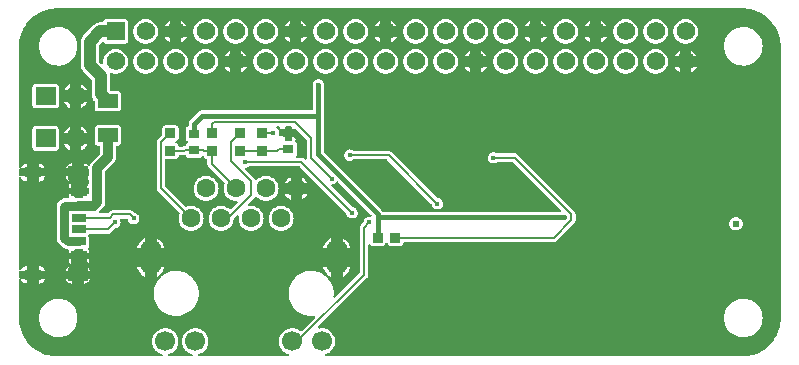
<source format=gtl>
G04 Layer: TopLayer*
G04 EasyEDA v6.5.40, 2025-01-31 22:11:59*
G04 63179efdc9ef42fbbe513a6e2370b4ab,79498b06e10c4258a2922cdf157d59c5,10*
G04 Gerber Generator version 0.2*
G04 Scale: 100 percent, Rotated: No, Reflected: No *
G04 Dimensions in millimeters *
G04 leading zeros omitted , absolute positions ,4 integer and 5 decimal *
%FSLAX45Y45*%
%MOMM*%

%AMMACRO1*21,1,$1,$2,0,0,$3*%
%ADD10C,0.3000*%
%ADD11C,0.2030*%
%ADD12C,0.3810*%
%ADD13C,1.0160*%
%ADD14C,0.8128*%
%ADD15C,0.7620*%
%ADD16R,0.9000X0.8000*%
%ADD17R,0.8640X0.8000*%
%ADD18MACRO1,0.864X0.8065X0.0000*%
%ADD19R,0.8640X0.8065*%
%ADD20MACRO1,0.864X0.8065X90.0000*%
%ADD21R,1.2000X0.8000*%
%ADD22R,1.2000X0.7000*%
%ADD23R,1.7280X1.1901*%
%ADD24MACRO1,1.5748X1.5748X0.0000*%
%ADD25C,1.5748*%
%ADD26O,1.6999966X1.0999978000000001*%
%ADD27R,1.7000X1.5748*%
%ADD28C,1.7000*%
%ADD29C,1.6000*%
%ADD30O,1.7999964X2.999994*%
%ADD31C,0.4500*%
%ADD32C,0.6200*%
%ADD33C,0.0161*%

%LPD*%
G36*
X2444445Y-1308963D02*
G01*
X2440330Y-1308252D01*
X2436876Y-1305966D01*
X2434793Y-1303883D01*
X2428494Y-1298803D01*
X2421788Y-1295349D01*
X2414422Y-1293368D01*
X2408478Y-1292910D01*
X2373020Y-1292910D01*
X2368804Y-1291996D01*
X2365349Y-1289405D01*
X2363266Y-1285646D01*
X2362962Y-1281328D01*
X2364435Y-1277315D01*
X2368245Y-1271270D01*
X2370175Y-1265834D01*
X2370886Y-1259535D01*
X2370886Y-1180693D01*
X2370175Y-1174343D01*
X2368245Y-1168908D01*
X2365197Y-1163980D01*
X2361082Y-1159916D01*
X2359202Y-1158697D01*
X2356256Y-1155903D01*
X2354630Y-1152144D01*
X2354630Y-1148080D01*
X2356256Y-1144320D01*
X2359202Y-1141526D01*
X2361082Y-1140307D01*
X2365197Y-1136243D01*
X2368245Y-1131316D01*
X2370175Y-1125880D01*
X2370886Y-1119530D01*
X2370886Y-1106474D01*
X2328824Y-1106474D01*
X2328824Y-1144016D01*
X2328062Y-1147927D01*
X2325827Y-1151229D01*
X2322525Y-1153414D01*
X2318664Y-1154176D01*
X2281275Y-1154176D01*
X2277414Y-1153414D01*
X2274112Y-1151229D01*
X2271877Y-1147927D01*
X2271115Y-1144016D01*
X2271115Y-1106474D01*
X2229866Y-1106474D01*
X2226208Y-1105814D01*
X2223058Y-1103833D01*
X2220772Y-1100886D01*
X2219756Y-1097280D01*
X2220925Y-1084681D01*
X2220112Y-1075791D01*
X2217521Y-1066698D01*
X2217166Y-1062990D01*
X2217978Y-1059383D01*
X2213965Y-1058164D01*
X2210816Y-1055420D01*
X2208276Y-1052118D01*
X2201672Y-1046073D01*
X2198674Y-1043025D01*
X2197201Y-1038961D01*
X2197506Y-1034643D01*
X2199589Y-1030884D01*
X2203043Y-1028344D01*
X2207260Y-1027430D01*
X2219198Y-1027430D01*
X2223363Y-1028293D01*
X2226767Y-1030833D01*
X2228850Y-1034491D01*
X2229307Y-1038707D01*
X2229053Y-1040688D01*
X2229053Y-1049274D01*
X2227935Y-1053795D01*
X2271115Y-1053795D01*
X2271115Y-1037590D01*
X2271877Y-1033678D01*
X2274112Y-1030376D01*
X2277414Y-1028192D01*
X2281275Y-1027430D01*
X2318664Y-1027430D01*
X2322525Y-1028192D01*
X2325827Y-1030376D01*
X2328062Y-1033678D01*
X2328824Y-1037590D01*
X2328824Y-1053795D01*
X2365095Y-1053795D01*
X2368956Y-1054557D01*
X2372258Y-1056741D01*
X2450947Y-1135380D01*
X2453132Y-1138682D01*
X2453894Y-1142593D01*
X2453894Y-1295146D01*
X2454198Y-1297736D01*
X2453741Y-1301851D01*
X2451760Y-1305458D01*
X2448458Y-1307947D01*
G37*

%LPD*%
G36*
X343560Y-2974086D02*
G01*
X318312Y-2973120D01*
X294233Y-2970377D01*
X270408Y-2965856D01*
X247040Y-2959557D01*
X224129Y-2951530D01*
X201930Y-2941777D01*
X180543Y-2930448D01*
X160020Y-2917545D01*
X140563Y-2903118D01*
X122224Y-2887268D01*
X105105Y-2870149D01*
X89306Y-2851759D01*
X74930Y-2832252D01*
X62077Y-2811678D01*
X50749Y-2790240D01*
X41097Y-2768041D01*
X33121Y-2745130D01*
X26873Y-2721762D01*
X22402Y-2697937D01*
X19710Y-2673858D01*
X18796Y-2649321D01*
X18796Y-2330450D01*
X19761Y-2326132D01*
X22504Y-2322626D01*
X26466Y-2320594D01*
X30886Y-2320493D01*
X34950Y-2322271D01*
X37947Y-2325725D01*
X44856Y-2334971D01*
X53035Y-2343099D01*
X62280Y-2350058D01*
X72390Y-2355545D01*
X83210Y-2359609D01*
X87172Y-2360472D01*
X87172Y-2315819D01*
X28956Y-2315819D01*
X25095Y-2315057D01*
X21793Y-2312873D01*
X19558Y-2309571D01*
X18796Y-2305659D01*
X18796Y-2258314D01*
X19558Y-2254402D01*
X21793Y-2251100D01*
X25095Y-2248916D01*
X28956Y-2248154D01*
X87172Y-2248154D01*
X87172Y-2203551D01*
X83210Y-2204364D01*
X72390Y-2208428D01*
X62280Y-2213965D01*
X53035Y-2220874D01*
X44856Y-2229002D01*
X37896Y-2238400D01*
X34950Y-2241753D01*
X30886Y-2243531D01*
X26466Y-2243378D01*
X22504Y-2241346D01*
X19761Y-2237841D01*
X18796Y-2233523D01*
X18796Y-1466443D01*
X19761Y-1462125D01*
X22504Y-1458620D01*
X26466Y-1456588D01*
X30886Y-1456486D01*
X34950Y-1458264D01*
X37947Y-1461719D01*
X44856Y-1470964D01*
X53035Y-1479143D01*
X62280Y-1486052D01*
X72390Y-1491589D01*
X83210Y-1495602D01*
X87172Y-1496466D01*
X87172Y-1451864D01*
X28956Y-1451864D01*
X25095Y-1451051D01*
X21793Y-1448866D01*
X19558Y-1445564D01*
X18796Y-1441704D01*
X18796Y-1394307D01*
X19558Y-1390396D01*
X21793Y-1387144D01*
X25095Y-1384909D01*
X28956Y-1384147D01*
X87172Y-1384147D01*
X87172Y-1339545D01*
X83210Y-1340408D01*
X72390Y-1344422D01*
X62280Y-1349959D01*
X53035Y-1356868D01*
X44856Y-1365046D01*
X37896Y-1374394D01*
X34950Y-1377746D01*
X30886Y-1379524D01*
X26466Y-1379372D01*
X22504Y-1377391D01*
X19761Y-1373886D01*
X18796Y-1369517D01*
X18796Y-350672D01*
X19761Y-325424D01*
X22504Y-301345D01*
X27025Y-277520D01*
X33324Y-254101D01*
X41402Y-231241D01*
X51104Y-209042D01*
X62433Y-187655D01*
X75387Y-167132D01*
X89763Y-147675D01*
X105613Y-129285D01*
X122783Y-112166D01*
X141173Y-96418D01*
X160680Y-82042D01*
X181203Y-69189D01*
X202641Y-57861D01*
X224840Y-48209D01*
X247751Y-40233D01*
X271170Y-33985D01*
X294995Y-29514D01*
X319074Y-26822D01*
X343560Y-25908D01*
X6142228Y-25908D01*
X6167475Y-26873D01*
X6191554Y-29616D01*
X6215380Y-34137D01*
X6238748Y-40436D01*
X6261658Y-48463D01*
X6283858Y-58216D01*
X6305245Y-69545D01*
X6325768Y-82448D01*
X6345224Y-96875D01*
X6363563Y-112725D01*
X6380683Y-129844D01*
X6396482Y-148234D01*
X6410858Y-167741D01*
X6423710Y-188315D01*
X6435039Y-209753D01*
X6444691Y-231952D01*
X6452666Y-254863D01*
X6458915Y-278282D01*
X6463385Y-302056D01*
X6466078Y-326186D01*
X6466992Y-350621D01*
X6466992Y-2649372D01*
X6466027Y-2674620D01*
X6463284Y-2698648D01*
X6458762Y-2722473D01*
X6452463Y-2745892D01*
X6444386Y-2768752D01*
X6434683Y-2790952D01*
X6423355Y-2812338D01*
X6410401Y-2832862D01*
X6396024Y-2852318D01*
X6380175Y-2870708D01*
X6363004Y-2887827D01*
X6344615Y-2903575D01*
X6325108Y-2917952D01*
X6304584Y-2930855D01*
X6283147Y-2942132D01*
X6260947Y-2951784D01*
X6238036Y-2959760D01*
X6214618Y-2966008D01*
X6190792Y-2970479D01*
X6166713Y-2973171D01*
X6142228Y-2974086D01*
X2615844Y-2974086D01*
X2611729Y-2973222D01*
X2608326Y-2970784D01*
X2606192Y-2967126D01*
X2605735Y-2962960D01*
X2607005Y-2958947D01*
X2609748Y-2955798D01*
X2614523Y-2953816D01*
X2627884Y-2948889D01*
X2640482Y-2942336D01*
X2652115Y-2934208D01*
X2662631Y-2924657D01*
X2671876Y-2913837D01*
X2679598Y-2901899D01*
X2685796Y-2889097D01*
X2690266Y-2875635D01*
X2692958Y-2861665D01*
X2693873Y-2847492D01*
X2692958Y-2833319D01*
X2690266Y-2819349D01*
X2685796Y-2805887D01*
X2679598Y-2793085D01*
X2671876Y-2781198D01*
X2662631Y-2770378D01*
X2652115Y-2760827D01*
X2640482Y-2752648D01*
X2627884Y-2746095D01*
X2614523Y-2741218D01*
X2600706Y-2738018D01*
X2586532Y-2736646D01*
X2572359Y-2737104D01*
X2560726Y-2738983D01*
X2556510Y-2738780D01*
X2552750Y-2736900D01*
X2550058Y-2733598D01*
X2548991Y-2729534D01*
X2549652Y-2725318D01*
X2551938Y-2721762D01*
X2965094Y-2308606D01*
X2970174Y-2302357D01*
X2973578Y-2295652D01*
X2975559Y-2288235D01*
X2976067Y-2282342D01*
X2976067Y-2035708D01*
X2976829Y-2031847D01*
X2979013Y-2028545D01*
X2982315Y-2026310D01*
X2986227Y-2025548D01*
X2990088Y-2026310D01*
X2993390Y-2028545D01*
X2998266Y-2033422D01*
X3003194Y-2036521D01*
X3008630Y-2038400D01*
X3014980Y-2039112D01*
X3094482Y-2039112D01*
X3100781Y-2038400D01*
X3106267Y-2036521D01*
X3111144Y-2033422D01*
X3115259Y-2029358D01*
X3118307Y-2024430D01*
X3120440Y-2018385D01*
X3122574Y-2014829D01*
X3125978Y-2012391D01*
X3130042Y-2011578D01*
X3134106Y-2012391D01*
X3137509Y-2014829D01*
X3139643Y-2018385D01*
X3141776Y-2024430D01*
X3144824Y-2029358D01*
X3148939Y-2033422D01*
X3153816Y-2036521D01*
X3159302Y-2038400D01*
X3165602Y-2039112D01*
X3245104Y-2039112D01*
X3251453Y-2038400D01*
X3256889Y-2036521D01*
X3261817Y-2033422D01*
X3265881Y-2029358D01*
X3268979Y-2024430D01*
X3270910Y-2018995D01*
X3271316Y-2015083D01*
X3272383Y-2011578D01*
X3274669Y-2008682D01*
X3277819Y-2006752D01*
X3281426Y-2006092D01*
X4545126Y-2006092D01*
X4553153Y-2005228D01*
X4560316Y-2002891D01*
X4566970Y-1999081D01*
X4571441Y-1995220D01*
X4719624Y-1847037D01*
X4724704Y-1840788D01*
X4728108Y-1834083D01*
X4730089Y-1826666D01*
X4730597Y-1820773D01*
X4730597Y-1770684D01*
X4729734Y-1762709D01*
X4727397Y-1755546D01*
X4723587Y-1748891D01*
X4719726Y-1744421D01*
X4242612Y-1267256D01*
X4236313Y-1262176D01*
X4229608Y-1258773D01*
X4222242Y-1256792D01*
X4216298Y-1256334D01*
X4070705Y-1256334D01*
X4067149Y-1255674D01*
X4056430Y-1249070D01*
X4048099Y-1245870D01*
X4039311Y-1244193D01*
X4030370Y-1244193D01*
X4021632Y-1245870D01*
X4013301Y-1249070D01*
X4005681Y-1253794D01*
X3999128Y-1259789D01*
X3993743Y-1266901D01*
X3989730Y-1274927D01*
X3987292Y-1283512D01*
X3986479Y-1292402D01*
X3987292Y-1301242D01*
X3989730Y-1309827D01*
X3993743Y-1317853D01*
X3999128Y-1324965D01*
X4005681Y-1330960D01*
X4013301Y-1335684D01*
X4021632Y-1338884D01*
X4030370Y-1340561D01*
X4039311Y-1340561D01*
X4048099Y-1338884D01*
X4056430Y-1335684D01*
X4067149Y-1329080D01*
X4070705Y-1328420D01*
X4197553Y-1328420D01*
X4201464Y-1329232D01*
X4204766Y-1331417D01*
X4608322Y-1734972D01*
X4610506Y-1738223D01*
X4611268Y-1742135D01*
X4610506Y-1746046D01*
X4608322Y-1749298D01*
X4605020Y-1751533D01*
X4601108Y-1752295D01*
X3381451Y-1752295D01*
X3377793Y-1751584D01*
X3375507Y-1750720D01*
X3366770Y-1749094D01*
X3357829Y-1749094D01*
X3349040Y-1750720D01*
X3346805Y-1751584D01*
X3343097Y-1752295D01*
X3104540Y-1752295D01*
X3101035Y-1751685D01*
X3097936Y-1749856D01*
X3095650Y-1747062D01*
X3091789Y-1740103D01*
X3086150Y-1733346D01*
X2600655Y-1247851D01*
X2598470Y-1244549D01*
X2597708Y-1240688D01*
X2597708Y-694436D01*
X2598064Y-691642D01*
X2600299Y-683920D01*
X2601112Y-675081D01*
X2600299Y-666191D01*
X2597861Y-657606D01*
X2593848Y-649579D01*
X2588463Y-642467D01*
X2581910Y-636473D01*
X2574290Y-631748D01*
X2565958Y-628548D01*
X2557221Y-626872D01*
X2548280Y-626872D01*
X2539492Y-628548D01*
X2531160Y-631748D01*
X2523591Y-636473D01*
X2516987Y-642467D01*
X2511602Y-649579D01*
X2507640Y-657606D01*
X2505202Y-666191D01*
X2504389Y-675081D01*
X2505202Y-683920D01*
X2507386Y-691642D01*
X2507792Y-694436D01*
X2507792Y-881481D01*
X2507030Y-885393D01*
X2504795Y-888644D01*
X2501493Y-890879D01*
X2497632Y-891641D01*
X1567129Y-891692D01*
X1558594Y-892860D01*
X1550720Y-895502D01*
X1543507Y-899566D01*
X1536750Y-905154D01*
X1466951Y-975004D01*
X1461770Y-981913D01*
X1458061Y-989330D01*
X1455775Y-997407D01*
X1455013Y-1003604D01*
X1454962Y-1016253D01*
X1454099Y-1020318D01*
X1451711Y-1023670D01*
X1448155Y-1025804D01*
X1445514Y-1026718D01*
X1440586Y-1029817D01*
X1436522Y-1033932D01*
X1433423Y-1038809D01*
X1431544Y-1044295D01*
X1430832Y-1050594D01*
X1430832Y-1129436D01*
X1431544Y-1135786D01*
X1433423Y-1141222D01*
X1436522Y-1146149D01*
X1440586Y-1150213D01*
X1442466Y-1151432D01*
X1445412Y-1154226D01*
X1447038Y-1157986D01*
X1447038Y-1162050D01*
X1445412Y-1165809D01*
X1442466Y-1168603D01*
X1440586Y-1169822D01*
X1436522Y-1173886D01*
X1433423Y-1178814D01*
X1430477Y-1188212D01*
X1428496Y-1191006D01*
X1425702Y-1192987D01*
X1422400Y-1193901D01*
X1413510Y-1194816D01*
X1408328Y-1196340D01*
X1402334Y-1199032D01*
X1399997Y-1199286D01*
X1378559Y-1199286D01*
X1374952Y-1198626D01*
X1371803Y-1196695D01*
X1369568Y-1193800D01*
X1368348Y-1189278D01*
X1366469Y-1183792D01*
X1363370Y-1178915D01*
X1359306Y-1174800D01*
X1354378Y-1171752D01*
X1348333Y-1169619D01*
X1344777Y-1167485D01*
X1342339Y-1164082D01*
X1341526Y-1160018D01*
X1342339Y-1155954D01*
X1344777Y-1152550D01*
X1348333Y-1150416D01*
X1354378Y-1148283D01*
X1359306Y-1145235D01*
X1363370Y-1141120D01*
X1366469Y-1136243D01*
X1368348Y-1130757D01*
X1369060Y-1124458D01*
X1369060Y-1044956D01*
X1368348Y-1038606D01*
X1366469Y-1033170D01*
X1363370Y-1028242D01*
X1359306Y-1024178D01*
X1354378Y-1021080D01*
X1348943Y-1019149D01*
X1342593Y-1018438D01*
X1257350Y-1018438D01*
X1251000Y-1019149D01*
X1245565Y-1021080D01*
X1240637Y-1024178D01*
X1236573Y-1028242D01*
X1233474Y-1033170D01*
X1231595Y-1038606D01*
X1230884Y-1044956D01*
X1230884Y-1098600D01*
X1230071Y-1102512D01*
X1227886Y-1105763D01*
X1195730Y-1137920D01*
X1190650Y-1144219D01*
X1187246Y-1150924D01*
X1185265Y-1158290D01*
X1184808Y-1164183D01*
X1184808Y-1551330D01*
X1185672Y-1559356D01*
X1187958Y-1566519D01*
X1191818Y-1573123D01*
X1195628Y-1577644D01*
X1374800Y-1756816D01*
X1376934Y-1759864D01*
X1377746Y-1763522D01*
X1377238Y-1767230D01*
X1373225Y-1779117D01*
X1370533Y-1792681D01*
X1369618Y-1806498D01*
X1370533Y-1820316D01*
X1373225Y-1833880D01*
X1377645Y-1847037D01*
X1383792Y-1859432D01*
X1391513Y-1870964D01*
X1400606Y-1881378D01*
X1411020Y-1890522D01*
X1422552Y-1898192D01*
X1434998Y-1904339D01*
X1448104Y-1908759D01*
X1461668Y-1911502D01*
X1475486Y-1912366D01*
X1489303Y-1911502D01*
X1502918Y-1908759D01*
X1516024Y-1904339D01*
X1528419Y-1898192D01*
X1539951Y-1890522D01*
X1550365Y-1881378D01*
X1559509Y-1870964D01*
X1567180Y-1859432D01*
X1573326Y-1847037D01*
X1577797Y-1833880D01*
X1580489Y-1820316D01*
X1581404Y-1806498D01*
X1580489Y-1792681D01*
X1577797Y-1779117D01*
X1573326Y-1765960D01*
X1567180Y-1753565D01*
X1559509Y-1742033D01*
X1550365Y-1731619D01*
X1539951Y-1722475D01*
X1528419Y-1714804D01*
X1516024Y-1708657D01*
X1502918Y-1704238D01*
X1489303Y-1701495D01*
X1475486Y-1700631D01*
X1461668Y-1701495D01*
X1448104Y-1704238D01*
X1436268Y-1708251D01*
X1432560Y-1708759D01*
X1428902Y-1707896D01*
X1425803Y-1705813D01*
X1259890Y-1539900D01*
X1257706Y-1536598D01*
X1256944Y-1532737D01*
X1256944Y-1311757D01*
X1257706Y-1307846D01*
X1259890Y-1304544D01*
X1263192Y-1302359D01*
X1267104Y-1301597D01*
X1342593Y-1301597D01*
X1348943Y-1300886D01*
X1354378Y-1298956D01*
X1359306Y-1295857D01*
X1363370Y-1291793D01*
X1366469Y-1286865D01*
X1369568Y-1276908D01*
X1371803Y-1274013D01*
X1374952Y-1272082D01*
X1378559Y-1271422D01*
X1415389Y-1271422D01*
X1421790Y-1270914D01*
X1426159Y-1271524D01*
X1429867Y-1273911D01*
X1432204Y-1277670D01*
X1433423Y-1281226D01*
X1436522Y-1286103D01*
X1440586Y-1290218D01*
X1445514Y-1293317D01*
X1450949Y-1295196D01*
X1457299Y-1295908D01*
X1542542Y-1295908D01*
X1548892Y-1295196D01*
X1554327Y-1293317D01*
X1559255Y-1290218D01*
X1563319Y-1286103D01*
X1564894Y-1283614D01*
X1567434Y-1280871D01*
X1570837Y-1279245D01*
X1574647Y-1278940D01*
X1578254Y-1280058D01*
X1581200Y-1282395D01*
X1583486Y-1286865D01*
X1586585Y-1291793D01*
X1590649Y-1295857D01*
X1595577Y-1298956D01*
X1601012Y-1300886D01*
X1604924Y-1301292D01*
X1608429Y-1302359D01*
X1611376Y-1304645D01*
X1613255Y-1307795D01*
X1613916Y-1311402D01*
X1613916Y-1345488D01*
X1614779Y-1353464D01*
X1617116Y-1360627D01*
X1620926Y-1367282D01*
X1624787Y-1371752D01*
X1755800Y-1502816D01*
X1757934Y-1505864D01*
X1758746Y-1509522D01*
X1758238Y-1513230D01*
X1754225Y-1525117D01*
X1751533Y-1538681D01*
X1750618Y-1552498D01*
X1751533Y-1566316D01*
X1754225Y-1579880D01*
X1758645Y-1593037D01*
X1764792Y-1605432D01*
X1772513Y-1616964D01*
X1781606Y-1627378D01*
X1792020Y-1636522D01*
X1803552Y-1644192D01*
X1815998Y-1650339D01*
X1829104Y-1654759D01*
X1842668Y-1657502D01*
X1856486Y-1658366D01*
X1858162Y-1658264D01*
X1862175Y-1658823D01*
X1865680Y-1660906D01*
X1868068Y-1664207D01*
X1868982Y-1668170D01*
X1868220Y-1672183D01*
X1865985Y-1675587D01*
X1814068Y-1727504D01*
X1810918Y-1729638D01*
X1807210Y-1730502D01*
X1803450Y-1729892D01*
X1800199Y-1727962D01*
X1793951Y-1722475D01*
X1782419Y-1714804D01*
X1770024Y-1708657D01*
X1756918Y-1704238D01*
X1743303Y-1701495D01*
X1729486Y-1700631D01*
X1715668Y-1701495D01*
X1702104Y-1704238D01*
X1688998Y-1708657D01*
X1676552Y-1714804D01*
X1665020Y-1722475D01*
X1654606Y-1731619D01*
X1645513Y-1742033D01*
X1637792Y-1753565D01*
X1631645Y-1765960D01*
X1627225Y-1779117D01*
X1624533Y-1792681D01*
X1623618Y-1806498D01*
X1624533Y-1820316D01*
X1627225Y-1833880D01*
X1631645Y-1847037D01*
X1637792Y-1859432D01*
X1645513Y-1870964D01*
X1654606Y-1881378D01*
X1665020Y-1890522D01*
X1676552Y-1898192D01*
X1688998Y-1904339D01*
X1702104Y-1908759D01*
X1715668Y-1911502D01*
X1729486Y-1912366D01*
X1743303Y-1911502D01*
X1756918Y-1908759D01*
X1770024Y-1904339D01*
X1782419Y-1898192D01*
X1793951Y-1890522D01*
X1804365Y-1881378D01*
X1813509Y-1870964D01*
X1821180Y-1859432D01*
X1827326Y-1847037D01*
X1831797Y-1833880D01*
X1834489Y-1820316D01*
X1834997Y-1812137D01*
X1835912Y-1808581D01*
X1837943Y-1805635D01*
X1861667Y-1781911D01*
X1865274Y-1779574D01*
X1869541Y-1778914D01*
X1873656Y-1780133D01*
X1876958Y-1782876D01*
X1878787Y-1786788D01*
X1878838Y-1791055D01*
X1878533Y-1792681D01*
X1877618Y-1806498D01*
X1878533Y-1820316D01*
X1881225Y-1833880D01*
X1885645Y-1847037D01*
X1891792Y-1859432D01*
X1899513Y-1870964D01*
X1908606Y-1881378D01*
X1919020Y-1890522D01*
X1930552Y-1898192D01*
X1942998Y-1904339D01*
X1956104Y-1908759D01*
X1969668Y-1911502D01*
X1983486Y-1912366D01*
X1997303Y-1911502D01*
X2010918Y-1908759D01*
X2024024Y-1904339D01*
X2036419Y-1898192D01*
X2047951Y-1890522D01*
X2058365Y-1881378D01*
X2067509Y-1870964D01*
X2075180Y-1859432D01*
X2081326Y-1847037D01*
X2085797Y-1833880D01*
X2088489Y-1820316D01*
X2089404Y-1806498D01*
X2088489Y-1792681D01*
X2085797Y-1779117D01*
X2081326Y-1765960D01*
X2075180Y-1753565D01*
X2067509Y-1742033D01*
X2058365Y-1731619D01*
X2047951Y-1722475D01*
X2036419Y-1714804D01*
X2024024Y-1708657D01*
X2010918Y-1704238D01*
X1997303Y-1701495D01*
X1983486Y-1700631D01*
X1969668Y-1701495D01*
X1968042Y-1701850D01*
X1963775Y-1701749D01*
X1959914Y-1699920D01*
X1957120Y-1696669D01*
X1955952Y-1692554D01*
X1956562Y-1688287D01*
X1958898Y-1684680D01*
X2008632Y-1634947D01*
X2013712Y-1628698D01*
X2015388Y-1625396D01*
X2017826Y-1622298D01*
X2021230Y-1620367D01*
X2025142Y-1619859D01*
X2028952Y-1620926D01*
X2032050Y-1623314D01*
X2035606Y-1627378D01*
X2046020Y-1636522D01*
X2057552Y-1644192D01*
X2069998Y-1650339D01*
X2083104Y-1654759D01*
X2096668Y-1657502D01*
X2110486Y-1658366D01*
X2124303Y-1657502D01*
X2137918Y-1654759D01*
X2151024Y-1650339D01*
X2163419Y-1644192D01*
X2174951Y-1636522D01*
X2185365Y-1627378D01*
X2194509Y-1616964D01*
X2202180Y-1605432D01*
X2208326Y-1593037D01*
X2212797Y-1579880D01*
X2215489Y-1566316D01*
X2216404Y-1552498D01*
X2215489Y-1538681D01*
X2212797Y-1525117D01*
X2208326Y-1511960D01*
X2202180Y-1499565D01*
X2194509Y-1488033D01*
X2185365Y-1477619D01*
X2174951Y-1468475D01*
X2163419Y-1460804D01*
X2151024Y-1454658D01*
X2137918Y-1450238D01*
X2124303Y-1447495D01*
X2110486Y-1446631D01*
X2096668Y-1447495D01*
X2083104Y-1450238D01*
X2069998Y-1454658D01*
X2057552Y-1460804D01*
X2046020Y-1468475D01*
X2035606Y-1477619D01*
X2032863Y-1480769D01*
X2029815Y-1483156D01*
X2026157Y-1484223D01*
X2022348Y-1483817D01*
X2018944Y-1482090D01*
X2016404Y-1479194D01*
X2012543Y-1472488D01*
X2008733Y-1468018D01*
X1934819Y-1394104D01*
X1932482Y-1390446D01*
X1931873Y-1386078D01*
X1933193Y-1381912D01*
X1936140Y-1378661D01*
X1940153Y-1376934D01*
X1947875Y-1375511D01*
X1956206Y-1372260D01*
X1966925Y-1365707D01*
X1970481Y-1365046D01*
X2389733Y-1365046D01*
X2393645Y-1365808D01*
X2396947Y-1367993D01*
X2787700Y-1758797D01*
X2789732Y-1761642D01*
X2790647Y-1765046D01*
X2790850Y-1767382D01*
X2793288Y-1775968D01*
X2797302Y-1783943D01*
X2802686Y-1791055D01*
X2809240Y-1797100D01*
X2816860Y-1801774D01*
X2825191Y-1805025D01*
X2833928Y-1806651D01*
X2842869Y-1806651D01*
X2851658Y-1805025D01*
X2859989Y-1801774D01*
X2867558Y-1797100D01*
X2874162Y-1791055D01*
X2879547Y-1783943D01*
X2883509Y-1775968D01*
X2885948Y-1767382D01*
X2886760Y-1758492D01*
X2885948Y-1749602D01*
X2883509Y-1741017D01*
X2879547Y-1733042D01*
X2874162Y-1725930D01*
X2867558Y-1719884D01*
X2859989Y-1715211D01*
X2851658Y-1711960D01*
X2843987Y-1710537D01*
X2841091Y-1709521D01*
X2838653Y-1707743D01*
X2666441Y-1535531D01*
X2664104Y-1531823D01*
X2663494Y-1527505D01*
X2664815Y-1523339D01*
X2667711Y-1520088D01*
X2671775Y-1518361D01*
X2678176Y-1517142D01*
X2686507Y-1513941D01*
X2694127Y-1509217D01*
X2700680Y-1503222D01*
X2705811Y-1496466D01*
X2709062Y-1493672D01*
X2713177Y-1492453D01*
X2717444Y-1493062D01*
X2721102Y-1495399D01*
X3000756Y-1775104D01*
X3003042Y-1778660D01*
X3003702Y-1782876D01*
X3002534Y-1786991D01*
X2999790Y-1790293D01*
X2995980Y-1792122D01*
X2991713Y-1792274D01*
X2988665Y-1791665D01*
X2979724Y-1791665D01*
X2970936Y-1793341D01*
X2962605Y-1796542D01*
X2955036Y-1801266D01*
X2948432Y-1807260D01*
X2943047Y-1814372D01*
X2939084Y-1822399D01*
X2936646Y-1830984D01*
X2936443Y-1833321D01*
X2935528Y-1836674D01*
X2933496Y-1839569D01*
X2914853Y-1858162D01*
X2909773Y-1864461D01*
X2906369Y-1871167D01*
X2904388Y-1878533D01*
X2903931Y-1884425D01*
X2903931Y-2263597D01*
X2903169Y-2267508D01*
X2900934Y-2270810D01*
X2697988Y-2473756D01*
X2694432Y-2476042D01*
X2690266Y-2476703D01*
X2686202Y-2475636D01*
X2682951Y-2472994D01*
X2681020Y-2469286D01*
X2680766Y-2465070D01*
X2681427Y-2460498D01*
X2682392Y-2441498D01*
X2681427Y-2422499D01*
X2678582Y-2403652D01*
X2673908Y-2385212D01*
X2667406Y-2367330D01*
X2659126Y-2350211D01*
X2649220Y-2333955D01*
X2637739Y-2318816D01*
X2624785Y-2304846D01*
X2622092Y-2302459D01*
X2619552Y-2298954D01*
X2615793Y-2296922D01*
X2610510Y-2292248D01*
X2595067Y-2281123D01*
X2578557Y-2271623D01*
X2561234Y-2263800D01*
X2543200Y-2257755D01*
X2524658Y-2253488D01*
X2505760Y-2251151D01*
X2486710Y-2250643D01*
X2467762Y-2252065D01*
X2449017Y-2255367D01*
X2430678Y-2260549D01*
X2412949Y-2267508D01*
X2396032Y-2276195D01*
X2380030Y-2286508D01*
X2365197Y-2298344D01*
X2351532Y-2311654D01*
X2339340Y-2326233D01*
X2328621Y-2341981D01*
X2319477Y-2358694D01*
X2312111Y-2376220D01*
X2306472Y-2394407D01*
X2302713Y-2413050D01*
X2300833Y-2431999D01*
X2300833Y-2450998D01*
X2302713Y-2469946D01*
X2306472Y-2488590D01*
X2312111Y-2506776D01*
X2319477Y-2524302D01*
X2328621Y-2541016D01*
X2339340Y-2556764D01*
X2351532Y-2571343D01*
X2365197Y-2584653D01*
X2380030Y-2596489D01*
X2396032Y-2606802D01*
X2412949Y-2615488D01*
X2430678Y-2622448D01*
X2449017Y-2627630D01*
X2467762Y-2630932D01*
X2486710Y-2632354D01*
X2505760Y-2631846D01*
X2515362Y-2630678D01*
X2519527Y-2630982D01*
X2523185Y-2632964D01*
X2525776Y-2636266D01*
X2526792Y-2640330D01*
X2526080Y-2644444D01*
X2523845Y-2647899D01*
X2411679Y-2760065D01*
X2408783Y-2762097D01*
X2405380Y-2763012D01*
X2401874Y-2762707D01*
X2398674Y-2761183D01*
X2386482Y-2752648D01*
X2373884Y-2746095D01*
X2360523Y-2741218D01*
X2346706Y-2738018D01*
X2332532Y-2736646D01*
X2318359Y-2737104D01*
X2304338Y-2739390D01*
X2290724Y-2743454D01*
X2277719Y-2749194D01*
X2265578Y-2756560D01*
X2254453Y-2765399D01*
X2244547Y-2775610D01*
X2236063Y-2786989D01*
X2229104Y-2799384D01*
X2223770Y-2812542D01*
X2220163Y-2826308D01*
X2218334Y-2840380D01*
X2218334Y-2854604D01*
X2220163Y-2868676D01*
X2223770Y-2882442D01*
X2229104Y-2895600D01*
X2236063Y-2907995D01*
X2244547Y-2919374D01*
X2254453Y-2929585D01*
X2265578Y-2938424D01*
X2277719Y-2945790D01*
X2290724Y-2951581D01*
X2299563Y-2954172D01*
X2303170Y-2956153D01*
X2305710Y-2959354D01*
X2306828Y-2963316D01*
X2306218Y-2967380D01*
X2304034Y-2970885D01*
X2300681Y-2973273D01*
X2296668Y-2974086D01*
X1543862Y-2974086D01*
X1539748Y-2973222D01*
X1536344Y-2970784D01*
X1534210Y-2967126D01*
X1533753Y-2962960D01*
X1535023Y-2958947D01*
X1537766Y-2955798D01*
X1542542Y-2953816D01*
X1555902Y-2948889D01*
X1568500Y-2942336D01*
X1580134Y-2934208D01*
X1590649Y-2924657D01*
X1599844Y-2913837D01*
X1607616Y-2901899D01*
X1613763Y-2889097D01*
X1618234Y-2875635D01*
X1620977Y-2861665D01*
X1621891Y-2847492D01*
X1620977Y-2833319D01*
X1618234Y-2819400D01*
X1613763Y-2805887D01*
X1607616Y-2793085D01*
X1599844Y-2781198D01*
X1590649Y-2770378D01*
X1580134Y-2760827D01*
X1568500Y-2752699D01*
X1555902Y-2746095D01*
X1542542Y-2741218D01*
X1528673Y-2738018D01*
X1514551Y-2736697D01*
X1500327Y-2737104D01*
X1486306Y-2739390D01*
X1472692Y-2743454D01*
X1459687Y-2749194D01*
X1447546Y-2756560D01*
X1436420Y-2765399D01*
X1426565Y-2775610D01*
X1418082Y-2786989D01*
X1411071Y-2799384D01*
X1405737Y-2812542D01*
X1402130Y-2826308D01*
X1400352Y-2840380D01*
X1400352Y-2854604D01*
X1402130Y-2868676D01*
X1405737Y-2882442D01*
X1411071Y-2895600D01*
X1418082Y-2907995D01*
X1426565Y-2919374D01*
X1436420Y-2929585D01*
X1447546Y-2938424D01*
X1459687Y-2945790D01*
X1472692Y-2951581D01*
X1481531Y-2954172D01*
X1485138Y-2956153D01*
X1487728Y-2959354D01*
X1488795Y-2963316D01*
X1488186Y-2967380D01*
X1486052Y-2970885D01*
X1482648Y-2973273D01*
X1478635Y-2974086D01*
X1289862Y-2974086D01*
X1285748Y-2973222D01*
X1282344Y-2970784D01*
X1280210Y-2967126D01*
X1279753Y-2962960D01*
X1281023Y-2958947D01*
X1283766Y-2955798D01*
X1288542Y-2953816D01*
X1301902Y-2948889D01*
X1314500Y-2942336D01*
X1326134Y-2934208D01*
X1336649Y-2924657D01*
X1345844Y-2913837D01*
X1353616Y-2901899D01*
X1359763Y-2889097D01*
X1364234Y-2875635D01*
X1366977Y-2861665D01*
X1367891Y-2847492D01*
X1366977Y-2833319D01*
X1364234Y-2819400D01*
X1359763Y-2805887D01*
X1353616Y-2793085D01*
X1345844Y-2781198D01*
X1336649Y-2770378D01*
X1326134Y-2760827D01*
X1314500Y-2752699D01*
X1301902Y-2746095D01*
X1288542Y-2741218D01*
X1274673Y-2738018D01*
X1260551Y-2736697D01*
X1246327Y-2737104D01*
X1232306Y-2739390D01*
X1218692Y-2743454D01*
X1205687Y-2749194D01*
X1193546Y-2756560D01*
X1182420Y-2765399D01*
X1172565Y-2775610D01*
X1164082Y-2786989D01*
X1157071Y-2799384D01*
X1151737Y-2812542D01*
X1148130Y-2826308D01*
X1146352Y-2840380D01*
X1146352Y-2854604D01*
X1148130Y-2868676D01*
X1151737Y-2882442D01*
X1157071Y-2895600D01*
X1164082Y-2907995D01*
X1172565Y-2919374D01*
X1182420Y-2929585D01*
X1193546Y-2938424D01*
X1205687Y-2945790D01*
X1218692Y-2951581D01*
X1227531Y-2954172D01*
X1231138Y-2956153D01*
X1233728Y-2959354D01*
X1234795Y-2963316D01*
X1234186Y-2967380D01*
X1232052Y-2970885D01*
X1228648Y-2973273D01*
X1224635Y-2974086D01*
G37*

%LPC*%
G36*
X345643Y-2813354D02*
G01*
X363067Y-2812897D01*
X380288Y-2810560D01*
X397205Y-2806446D01*
X413562Y-2800553D01*
X429209Y-2792933D01*
X443941Y-2783738D01*
X457606Y-2772968D01*
X470052Y-2760827D01*
X481177Y-2747467D01*
X490778Y-2732938D01*
X498805Y-2717546D01*
X505155Y-2701340D01*
X509727Y-2684526D01*
X512470Y-2667355D01*
X513384Y-2650032D01*
X512470Y-2632659D01*
X509727Y-2615488D01*
X505155Y-2598674D01*
X498805Y-2582468D01*
X490778Y-2567076D01*
X481177Y-2552547D01*
X470052Y-2539187D01*
X457606Y-2527046D01*
X443941Y-2516327D01*
X429209Y-2507081D01*
X413562Y-2499461D01*
X397205Y-2493568D01*
X380288Y-2489454D01*
X363067Y-2487117D01*
X345643Y-2486660D01*
X328320Y-2488082D01*
X311251Y-2491282D01*
X294589Y-2496312D01*
X278536Y-2503068D01*
X263347Y-2511501D01*
X249123Y-2521508D01*
X236016Y-2532938D01*
X224231Y-2545740D01*
X213867Y-2559659D01*
X205028Y-2574645D01*
X197815Y-2590495D01*
X192379Y-2607005D01*
X188722Y-2624023D01*
X186842Y-2641295D01*
X186842Y-2658719D01*
X188722Y-2675991D01*
X192379Y-2693009D01*
X197815Y-2709519D01*
X205028Y-2725369D01*
X213867Y-2740355D01*
X224231Y-2754274D01*
X236016Y-2767076D01*
X249123Y-2778506D01*
X263347Y-2788513D01*
X278536Y-2796946D01*
X294589Y-2803702D01*
X311251Y-2808732D01*
X328320Y-2811932D01*
G37*
G36*
X6145631Y-2813354D02*
G01*
X6163056Y-2812897D01*
X6180277Y-2810560D01*
X6197193Y-2806446D01*
X6213551Y-2800553D01*
X6229197Y-2792933D01*
X6243929Y-2783738D01*
X6257594Y-2772968D01*
X6270040Y-2760827D01*
X6281166Y-2747467D01*
X6290767Y-2732938D01*
X6298793Y-2717546D01*
X6305143Y-2701340D01*
X6309715Y-2684526D01*
X6312458Y-2667355D01*
X6313373Y-2650032D01*
X6312458Y-2632659D01*
X6309715Y-2615488D01*
X6305143Y-2598674D01*
X6298793Y-2582468D01*
X6290767Y-2567076D01*
X6281166Y-2552547D01*
X6270040Y-2539187D01*
X6257594Y-2527046D01*
X6243929Y-2516327D01*
X6229197Y-2507081D01*
X6213551Y-2499461D01*
X6197193Y-2493568D01*
X6180277Y-2489454D01*
X6163056Y-2487117D01*
X6145631Y-2486660D01*
X6128308Y-2488082D01*
X6111240Y-2491282D01*
X6094577Y-2496312D01*
X6078524Y-2503068D01*
X6063335Y-2511501D01*
X6049111Y-2521508D01*
X6036005Y-2532938D01*
X6024219Y-2545740D01*
X6013856Y-2559659D01*
X6005017Y-2574645D01*
X5997803Y-2590495D01*
X5992368Y-2607005D01*
X5988710Y-2624023D01*
X5986830Y-2641295D01*
X5986830Y-2658719D01*
X5988710Y-2675991D01*
X5992368Y-2693009D01*
X5997803Y-2709519D01*
X6005017Y-2725369D01*
X6013856Y-2740355D01*
X6024219Y-2754274D01*
X6036005Y-2767076D01*
X6049111Y-2778506D01*
X6063335Y-2788513D01*
X6078524Y-2796946D01*
X6094577Y-2803702D01*
X6111240Y-2808732D01*
X6128308Y-2811932D01*
G37*
G36*
X1343710Y-2632354D02*
G01*
X1362760Y-2631846D01*
X1381658Y-2629509D01*
X1400200Y-2625242D01*
X1418234Y-2619197D01*
X1435557Y-2611374D01*
X1452067Y-2601874D01*
X1467510Y-2590749D01*
X1481785Y-2578150D01*
X1494739Y-2564180D01*
X1506220Y-2549042D01*
X1516126Y-2532786D01*
X1524406Y-2515666D01*
X1530908Y-2497785D01*
X1535582Y-2479344D01*
X1538427Y-2460498D01*
X1539392Y-2441498D01*
X1538427Y-2422499D01*
X1535582Y-2403652D01*
X1530908Y-2385212D01*
X1524406Y-2367330D01*
X1516126Y-2350211D01*
X1506220Y-2333955D01*
X1494739Y-2318816D01*
X1481785Y-2304846D01*
X1467510Y-2292248D01*
X1452067Y-2281123D01*
X1435557Y-2271623D01*
X1418234Y-2263800D01*
X1400200Y-2257755D01*
X1381658Y-2253488D01*
X1362760Y-2251151D01*
X1343710Y-2250643D01*
X1324762Y-2252065D01*
X1306017Y-2255367D01*
X1287678Y-2260549D01*
X1269949Y-2267508D01*
X1253032Y-2276195D01*
X1237030Y-2286508D01*
X1225042Y-2296058D01*
X1220876Y-2297988D01*
X1218438Y-2302002D01*
X1208532Y-2311654D01*
X1196340Y-2326233D01*
X1185621Y-2341981D01*
X1176477Y-2358694D01*
X1169111Y-2376220D01*
X1163472Y-2394407D01*
X1159713Y-2413050D01*
X1157833Y-2431999D01*
X1157833Y-2450998D01*
X1159713Y-2469946D01*
X1163472Y-2488590D01*
X1169111Y-2506776D01*
X1176477Y-2524302D01*
X1185621Y-2541016D01*
X1196340Y-2556764D01*
X1208532Y-2571343D01*
X1222197Y-2584653D01*
X1237030Y-2596489D01*
X1253032Y-2606802D01*
X1269949Y-2615488D01*
X1287678Y-2622448D01*
X1306017Y-2627630D01*
X1324762Y-2630932D01*
G37*
G36*
X467156Y-2360472D02*
G01*
X467156Y-2315819D01*
X412546Y-2315819D01*
X417982Y-2325725D01*
X424891Y-2334971D01*
X433019Y-2343099D01*
X442264Y-2350058D01*
X452424Y-2355545D01*
X463194Y-2359609D01*
G37*
G36*
X564845Y-2360472D02*
G01*
X568807Y-2359609D01*
X579577Y-2355545D01*
X589737Y-2350058D01*
X598982Y-2343099D01*
X607110Y-2334971D01*
X614019Y-2325725D01*
X619455Y-2315819D01*
X564845Y-2315819D01*
G37*
G36*
X184861Y-2360472D02*
G01*
X188772Y-2359609D01*
X199593Y-2355545D01*
X209753Y-2350058D01*
X218948Y-2343099D01*
X227126Y-2334971D01*
X234035Y-2325725D01*
X239420Y-2315819D01*
X184861Y-2315819D01*
G37*
G36*
X1183843Y-2300274D02*
G01*
X1194612Y-2294331D01*
X1205382Y-2286508D01*
X1209243Y-2284831D01*
X1211783Y-2280716D01*
X1216964Y-2275840D01*
X1226261Y-2264613D01*
X1234033Y-2252319D01*
X1240231Y-2239162D01*
X1244752Y-2225294D01*
X1246174Y-2217826D01*
X1183843Y-2217826D01*
G37*
G36*
X1081125Y-2300274D02*
G01*
X1081125Y-2217826D01*
X1018844Y-2217826D01*
X1020267Y-2225294D01*
X1024737Y-2239162D01*
X1030935Y-2252319D01*
X1038758Y-2264613D01*
X1048003Y-2275840D01*
X1058621Y-2285796D01*
X1070406Y-2294331D01*
G37*
G36*
X2656128Y-2300274D02*
G01*
X2656128Y-2217826D01*
X2593848Y-2217826D01*
X2595270Y-2225294D01*
X2599740Y-2239162D01*
X2605938Y-2252319D01*
X2613761Y-2264613D01*
X2623007Y-2275840D01*
X2629458Y-2281885D01*
X2631795Y-2285339D01*
X2634792Y-2286609D01*
X2645410Y-2294331D01*
G37*
G36*
X2758846Y-2300274D02*
G01*
X2769616Y-2294331D01*
X2781350Y-2285796D01*
X2791968Y-2275840D01*
X2801264Y-2264613D01*
X2809036Y-2252319D01*
X2815234Y-2239162D01*
X2819755Y-2225294D01*
X2821178Y-2217826D01*
X2758846Y-2217826D01*
G37*
G36*
X184861Y-2248154D02*
G01*
X239420Y-2248154D01*
X234035Y-2238248D01*
X227126Y-2229002D01*
X218948Y-2220874D01*
X209753Y-2213965D01*
X199593Y-2208428D01*
X188772Y-2204364D01*
X184861Y-2203551D01*
G37*
G36*
X564845Y-2248154D02*
G01*
X619455Y-2248154D01*
X614019Y-2238248D01*
X607110Y-2229002D01*
X598982Y-2220874D01*
X589737Y-2213965D01*
X581914Y-2209698D01*
X578662Y-2206904D01*
X576884Y-2203043D01*
X576834Y-2198827D01*
X578459Y-2194915D01*
X581609Y-2192020D01*
X585622Y-2190648D01*
X589737Y-2190191D01*
X595223Y-2188311D01*
X600100Y-2185212D01*
X604215Y-2181098D01*
X607314Y-2176221D01*
X609193Y-2170734D01*
X609904Y-2164435D01*
X609904Y-2151380D01*
X560374Y-2151380D01*
X560374Y-2183130D01*
X562762Y-2185365D01*
X564337Y-2188311D01*
X564845Y-2191562D01*
G37*
G36*
X412546Y-2248154D02*
G01*
X467156Y-2248154D01*
X467156Y-2191562D01*
X467868Y-2187803D01*
X469900Y-2184603D01*
X472948Y-2182368D01*
X476605Y-2181402D01*
X487680Y-2180742D01*
X487680Y-2151380D01*
X438099Y-2151380D01*
X438099Y-2164435D01*
X438810Y-2170734D01*
X440740Y-2176221D01*
X443788Y-2181098D01*
X447903Y-2185212D01*
X452780Y-2188311D01*
X457403Y-2190800D01*
X459841Y-2194153D01*
X460705Y-2198166D01*
X459892Y-2202180D01*
X457555Y-2205583D01*
X454101Y-2207768D01*
X452424Y-2208428D01*
X442264Y-2213965D01*
X433019Y-2220874D01*
X424891Y-2229002D01*
X417982Y-2238248D01*
G37*
G36*
X438099Y-2098649D02*
G01*
X487680Y-2098649D01*
X487680Y-2075637D01*
X488442Y-2071725D01*
X490728Y-2068372D01*
X494080Y-2066188D01*
X498043Y-2065477D01*
X522173Y-2066036D01*
X533146Y-2065324D01*
X542645Y-2063140D01*
X544931Y-2062886D01*
X550214Y-2062886D01*
X554075Y-2063699D01*
X557377Y-2065883D01*
X559562Y-2069185D01*
X560374Y-2073046D01*
X560374Y-2098649D01*
X609904Y-2098649D01*
X609904Y-2085593D01*
X609193Y-2079243D01*
X607314Y-2073808D01*
X604215Y-2068880D01*
X601319Y-2064867D01*
X600506Y-2061006D01*
X601319Y-2057095D01*
X604215Y-2053132D01*
X607314Y-2048205D01*
X609193Y-2042769D01*
X609904Y-2036419D01*
X609904Y-1967585D01*
X609193Y-1961286D01*
X606704Y-1954479D01*
X606145Y-1950974D01*
X606755Y-1947468D01*
X608533Y-1942693D01*
X610666Y-1939239D01*
X614019Y-1936902D01*
X618032Y-1936038D01*
X770077Y-1936038D01*
X778103Y-1935225D01*
X785266Y-1932889D01*
X791870Y-1929079D01*
X796391Y-1925218D01*
X829868Y-1891690D01*
X832358Y-1889912D01*
X835202Y-1888896D01*
X842873Y-1887474D01*
X851204Y-1884222D01*
X858824Y-1879549D01*
X865378Y-1873504D01*
X870762Y-1866392D01*
X874776Y-1858416D01*
X877214Y-1849831D01*
X878027Y-1840941D01*
X877214Y-1832051D01*
X873760Y-1819503D01*
X874369Y-1815490D01*
X876503Y-1811985D01*
X879856Y-1809648D01*
X883869Y-1808835D01*
X932230Y-1808835D01*
X936498Y-1809800D01*
X939952Y-1812391D01*
X941984Y-1816252D01*
X944473Y-1824888D01*
X948436Y-1832914D01*
X953820Y-1840026D01*
X960424Y-1846021D01*
X967994Y-1850745D01*
X976325Y-1853946D01*
X985113Y-1855622D01*
X994054Y-1855622D01*
X1002792Y-1853946D01*
X1011123Y-1850745D01*
X1018743Y-1846021D01*
X1025296Y-1840026D01*
X1030681Y-1832914D01*
X1034694Y-1824888D01*
X1037132Y-1816303D01*
X1037945Y-1807464D01*
X1037132Y-1798574D01*
X1034694Y-1789988D01*
X1030681Y-1781962D01*
X1025296Y-1774850D01*
X1018743Y-1768856D01*
X1011123Y-1764131D01*
X1002792Y-1760931D01*
X995121Y-1759457D01*
X992276Y-1758492D01*
X989787Y-1756664D01*
X980795Y-1747672D01*
X974547Y-1742592D01*
X967841Y-1739188D01*
X960424Y-1737207D01*
X954532Y-1736750D01*
X815949Y-1736750D01*
X807923Y-1737563D01*
X800760Y-1739900D01*
X794156Y-1743710D01*
X789635Y-1747570D01*
X776274Y-1760982D01*
X772972Y-1763166D01*
X769061Y-1763928D01*
X704697Y-1763928D01*
X700836Y-1763166D01*
X697534Y-1760982D01*
X695299Y-1757680D01*
X694537Y-1753768D01*
X695299Y-1749907D01*
X697534Y-1746605D01*
X726744Y-1717395D01*
X733755Y-1709166D01*
X739241Y-1700225D01*
X743204Y-1690624D01*
X745642Y-1680464D01*
X746506Y-1669643D01*
X746506Y-1411732D01*
X747268Y-1407871D01*
X749503Y-1404569D01*
X816660Y-1337411D01*
X823671Y-1329182D01*
X829157Y-1320241D01*
X833119Y-1310640D01*
X835558Y-1300480D01*
X836421Y-1289659D01*
X836421Y-1200099D01*
X837184Y-1196187D01*
X839419Y-1192885D01*
X842670Y-1190701D01*
X846582Y-1189939D01*
X855827Y-1189939D01*
X862126Y-1189228D01*
X867613Y-1187297D01*
X872490Y-1184198D01*
X876604Y-1180134D01*
X879703Y-1175207D01*
X881583Y-1169771D01*
X882294Y-1163421D01*
X882294Y-1045565D01*
X881583Y-1039266D01*
X879703Y-1033780D01*
X876604Y-1028903D01*
X872490Y-1024788D01*
X867613Y-1021689D01*
X862126Y-1019810D01*
X855827Y-1019098D01*
X684174Y-1019098D01*
X677824Y-1019810D01*
X672388Y-1021689D01*
X667461Y-1024788D01*
X663397Y-1028903D01*
X660298Y-1033780D01*
X658418Y-1039266D01*
X657707Y-1045565D01*
X657707Y-1163421D01*
X658418Y-1169771D01*
X660298Y-1175207D01*
X663397Y-1180134D01*
X667461Y-1184198D01*
X672388Y-1187297D01*
X677824Y-1189228D01*
X684174Y-1189939D01*
X693166Y-1189939D01*
X697077Y-1190701D01*
X700328Y-1192885D01*
X702564Y-1196187D01*
X703326Y-1200099D01*
X703326Y-1258316D01*
X702564Y-1262176D01*
X700328Y-1265478D01*
X633171Y-1332636D01*
X626160Y-1340866D01*
X620674Y-1349806D01*
X618083Y-1356106D01*
X615848Y-1359408D01*
X612597Y-1361592D01*
X608685Y-1362354D01*
X604774Y-1361592D01*
X601522Y-1359408D01*
X598982Y-1356868D01*
X589737Y-1349959D01*
X579577Y-1344422D01*
X568807Y-1340408D01*
X564845Y-1339545D01*
X564845Y-1384147D01*
X603250Y-1384147D01*
X607161Y-1384909D01*
X610412Y-1387144D01*
X612648Y-1390396D01*
X613410Y-1394307D01*
X613410Y-1441704D01*
X612648Y-1445564D01*
X610412Y-1448866D01*
X607161Y-1451051D01*
X603250Y-1451864D01*
X564845Y-1451864D01*
X564845Y-1508455D01*
X564337Y-1511706D01*
X562762Y-1514602D01*
X560374Y-1516888D01*
X560374Y-1548638D01*
X603250Y-1548638D01*
X607161Y-1549400D01*
X610412Y-1551635D01*
X612648Y-1554886D01*
X613410Y-1558798D01*
X613410Y-1591157D01*
X612648Y-1595069D01*
X610412Y-1598371D01*
X607161Y-1600555D01*
X603250Y-1601317D01*
X560374Y-1601317D01*
X560374Y-1621688D01*
X559562Y-1625600D01*
X557326Y-1628952D01*
X553974Y-1631137D01*
X550011Y-1631848D01*
X525475Y-1631442D01*
X514654Y-1632153D01*
X507441Y-1633728D01*
X505256Y-1633982D01*
X497840Y-1633982D01*
X493928Y-1633220D01*
X490626Y-1630984D01*
X488442Y-1627733D01*
X487680Y-1623822D01*
X487680Y-1601317D01*
X438099Y-1601317D01*
X438099Y-1614424D01*
X439267Y-1624533D01*
X438302Y-1628190D01*
X436067Y-1631238D01*
X432866Y-1633270D01*
X429107Y-1633982D01*
X412292Y-1633982D01*
X403860Y-1634489D01*
X393547Y-1636725D01*
X391414Y-1637385D01*
X383692Y-1640586D01*
X381711Y-1641602D01*
X372821Y-1647342D01*
X366522Y-1652930D01*
X354990Y-1664462D01*
X349402Y-1670761D01*
X343662Y-1679651D01*
X342646Y-1681632D01*
X339445Y-1689354D01*
X338785Y-1691487D01*
X336550Y-1701800D01*
X336042Y-1710232D01*
X336042Y-1969719D01*
X336550Y-1978152D01*
X338785Y-1988464D01*
X339445Y-1990598D01*
X342646Y-1998319D01*
X343662Y-2000300D01*
X349402Y-2009190D01*
X354990Y-2015489D01*
X384556Y-2045055D01*
X389686Y-2049678D01*
X392734Y-2052015D01*
X398424Y-2055672D01*
X401828Y-2057450D01*
X408025Y-2060092D01*
X411683Y-2061311D01*
X418236Y-2062886D01*
X421944Y-2063496D01*
X430479Y-2064054D01*
X434085Y-2064969D01*
X437134Y-2067102D01*
X439166Y-2070201D01*
X439978Y-2073859D01*
X438810Y-2079243D01*
X438099Y-2085593D01*
G37*
G36*
X1018844Y-2055164D02*
G01*
X1081125Y-2055164D01*
X1081125Y-1972767D01*
X1070406Y-1978660D01*
X1058621Y-1987194D01*
X1048003Y-1997151D01*
X1038758Y-2008378D01*
X1030935Y-2020671D01*
X1024737Y-2033828D01*
X1020267Y-2047697D01*
G37*
G36*
X1183843Y-2055164D02*
G01*
X1246174Y-2055164D01*
X1244752Y-2047697D01*
X1240231Y-2033828D01*
X1234033Y-2020671D01*
X1226261Y-2008378D01*
X1216964Y-1997151D01*
X1206347Y-1987194D01*
X1194612Y-1978660D01*
X1183843Y-1972767D01*
G37*
G36*
X2758846Y-2055164D02*
G01*
X2821178Y-2055164D01*
X2819755Y-2047697D01*
X2815234Y-2033828D01*
X2809036Y-2020671D01*
X2801264Y-2008378D01*
X2791968Y-1997151D01*
X2781350Y-1987194D01*
X2769616Y-1978660D01*
X2758846Y-1972767D01*
G37*
G36*
X2593848Y-2055164D02*
G01*
X2656128Y-2055164D01*
X2656128Y-1972767D01*
X2645410Y-1978660D01*
X2633624Y-1987194D01*
X2623007Y-1997151D01*
X2613761Y-2008378D01*
X2605938Y-2020671D01*
X2599740Y-2033828D01*
X2595270Y-2047697D01*
G37*
G36*
X2237486Y-1912366D02*
G01*
X2251303Y-1911502D01*
X2264918Y-1908759D01*
X2278024Y-1904339D01*
X2290419Y-1898192D01*
X2301951Y-1890522D01*
X2312365Y-1881378D01*
X2321509Y-1870964D01*
X2329180Y-1859432D01*
X2335326Y-1847037D01*
X2339797Y-1833880D01*
X2342489Y-1820316D01*
X2343404Y-1806498D01*
X2342489Y-1792681D01*
X2339797Y-1779117D01*
X2335326Y-1765960D01*
X2329180Y-1753565D01*
X2321509Y-1742033D01*
X2312365Y-1731619D01*
X2301951Y-1722475D01*
X2290419Y-1714804D01*
X2278024Y-1708657D01*
X2264918Y-1704238D01*
X2251303Y-1701495D01*
X2237486Y-1700631D01*
X2223668Y-1701495D01*
X2210104Y-1704238D01*
X2196998Y-1708657D01*
X2184552Y-1714804D01*
X2173020Y-1722475D01*
X2162606Y-1731619D01*
X2153513Y-1742033D01*
X2145792Y-1753565D01*
X2139645Y-1765960D01*
X2135225Y-1779117D01*
X2132533Y-1792681D01*
X2131618Y-1806498D01*
X2132533Y-1820316D01*
X2135225Y-1833880D01*
X2139645Y-1847037D01*
X2145792Y-1859432D01*
X2153513Y-1870964D01*
X2162606Y-1881378D01*
X2173020Y-1890522D01*
X2184552Y-1898192D01*
X2196998Y-1904339D01*
X2210104Y-1908759D01*
X2223668Y-1911502D01*
G37*
G36*
X6091123Y-1908098D02*
G01*
X6100724Y-1906879D01*
X6109919Y-1904034D01*
X6118555Y-1899716D01*
X6126276Y-1893976D01*
X6132982Y-1887016D01*
X6138367Y-1878990D01*
X6142329Y-1870202D01*
X6144768Y-1860854D01*
X6145580Y-1851253D01*
X6144768Y-1841652D01*
X6142329Y-1832305D01*
X6138367Y-1823516D01*
X6132982Y-1815541D01*
X6126276Y-1808581D01*
X6118555Y-1802841D01*
X6109919Y-1798472D01*
X6100724Y-1795678D01*
X6091123Y-1794459D01*
X6081471Y-1794865D01*
X6072073Y-1796897D01*
X6063132Y-1800504D01*
X6054902Y-1805533D01*
X6047638Y-1811934D01*
X6041593Y-1819402D01*
X6036919Y-1827834D01*
X6033668Y-1836928D01*
X6032042Y-1846427D01*
X6032042Y-1856079D01*
X6033668Y-1865579D01*
X6036919Y-1874672D01*
X6041593Y-1883105D01*
X6047638Y-1890623D01*
X6054902Y-1896973D01*
X6063132Y-1902053D01*
X6072073Y-1905660D01*
X6081471Y-1907692D01*
G37*
G36*
X3556609Y-1729638D02*
G01*
X3565550Y-1729638D01*
X3574338Y-1727962D01*
X3582670Y-1724761D01*
X3590239Y-1720037D01*
X3596843Y-1714042D01*
X3602228Y-1706930D01*
X3606190Y-1698904D01*
X3608628Y-1690319D01*
X3609441Y-1681480D01*
X3608628Y-1672589D01*
X3606190Y-1664004D01*
X3602228Y-1655978D01*
X3596843Y-1648866D01*
X3590239Y-1642872D01*
X3582670Y-1638147D01*
X3574338Y-1634947D01*
X3566668Y-1633474D01*
X3563772Y-1632508D01*
X3561334Y-1630680D01*
X3176016Y-1245362D01*
X3169716Y-1240282D01*
X3163011Y-1236878D01*
X3155645Y-1234897D01*
X3149701Y-1234440D01*
X2855925Y-1234440D01*
X2852318Y-1233779D01*
X2841599Y-1227175D01*
X2833268Y-1223975D01*
X2824530Y-1222298D01*
X2815590Y-1222298D01*
X2806801Y-1223975D01*
X2798470Y-1227175D01*
X2790901Y-1231900D01*
X2784297Y-1237894D01*
X2778912Y-1245006D01*
X2774950Y-1253032D01*
X2772511Y-1261618D01*
X2771698Y-1270508D01*
X2772511Y-1279347D01*
X2774950Y-1287932D01*
X2778912Y-1295958D01*
X2784297Y-1303070D01*
X2790901Y-1309065D01*
X2798470Y-1313789D01*
X2806801Y-1316990D01*
X2815590Y-1318666D01*
X2824530Y-1318666D01*
X2833268Y-1316990D01*
X2841599Y-1313789D01*
X2852318Y-1307185D01*
X2855925Y-1306525D01*
X3130956Y-1306525D01*
X3134868Y-1307338D01*
X3138170Y-1309522D01*
X3510381Y-1681734D01*
X3512413Y-1684629D01*
X3513328Y-1687982D01*
X3513531Y-1690319D01*
X3515969Y-1698904D01*
X3519982Y-1706930D01*
X3525367Y-1714042D01*
X3531920Y-1720037D01*
X3539540Y-1724761D01*
X3547872Y-1727962D01*
G37*
G36*
X1602486Y-1658366D02*
G01*
X1616303Y-1657502D01*
X1629918Y-1654759D01*
X1643024Y-1650339D01*
X1655419Y-1644192D01*
X1666951Y-1636522D01*
X1677365Y-1627378D01*
X1686509Y-1616964D01*
X1694180Y-1605432D01*
X1700326Y-1593037D01*
X1704797Y-1579880D01*
X1707489Y-1566316D01*
X1708404Y-1552498D01*
X1707489Y-1538681D01*
X1704797Y-1525117D01*
X1700326Y-1511960D01*
X1694180Y-1499565D01*
X1686509Y-1488033D01*
X1677365Y-1477619D01*
X1666951Y-1468475D01*
X1655419Y-1460804D01*
X1643024Y-1454658D01*
X1629918Y-1450238D01*
X1616303Y-1447495D01*
X1602486Y-1446631D01*
X1588668Y-1447495D01*
X1575104Y-1450238D01*
X1561998Y-1454658D01*
X1549552Y-1460804D01*
X1538020Y-1468475D01*
X1527606Y-1477619D01*
X1518513Y-1488033D01*
X1510792Y-1499565D01*
X1504645Y-1511960D01*
X1500225Y-1525117D01*
X1497533Y-1538681D01*
X1496618Y-1552498D01*
X1497533Y-1566316D01*
X1500225Y-1579880D01*
X1504645Y-1593037D01*
X1510792Y-1605432D01*
X1518513Y-1616964D01*
X1527606Y-1627378D01*
X1538020Y-1636522D01*
X1549552Y-1644192D01*
X1561998Y-1650339D01*
X1575104Y-1654759D01*
X1588668Y-1657502D01*
G37*
G36*
X2318156Y-1647443D02*
G01*
X2318156Y-1598828D01*
X2269540Y-1598828D01*
X2272792Y-1605432D01*
X2280513Y-1616964D01*
X2289606Y-1627378D01*
X2300020Y-1636522D01*
X2311552Y-1644192D01*
G37*
G36*
X2410866Y-1647443D02*
G01*
X2417419Y-1644192D01*
X2428951Y-1636522D01*
X2439365Y-1627378D01*
X2448509Y-1616964D01*
X2456180Y-1605432D01*
X2459431Y-1598828D01*
X2410866Y-1598828D01*
G37*
G36*
X438099Y-1548638D02*
G01*
X487680Y-1548638D01*
X487680Y-1519224D01*
X476605Y-1518564D01*
X472948Y-1517599D01*
X469900Y-1515364D01*
X467868Y-1512163D01*
X467156Y-1508455D01*
X467156Y-1451864D01*
X412546Y-1451864D01*
X417982Y-1461719D01*
X424891Y-1470964D01*
X433019Y-1479143D01*
X442264Y-1486052D01*
X452424Y-1491589D01*
X454101Y-1492199D01*
X457606Y-1494383D01*
X459943Y-1497787D01*
X460705Y-1501851D01*
X459841Y-1505864D01*
X457454Y-1509217D01*
X452780Y-1511706D01*
X447903Y-1514805D01*
X443788Y-1518869D01*
X440740Y-1523796D01*
X438810Y-1529232D01*
X438099Y-1535582D01*
G37*
G36*
X2410866Y-1506169D02*
G01*
X2459431Y-1506169D01*
X2456180Y-1499565D01*
X2448509Y-1488033D01*
X2439365Y-1477619D01*
X2428951Y-1468475D01*
X2417419Y-1460804D01*
X2410866Y-1457553D01*
G37*
G36*
X2269540Y-1506169D02*
G01*
X2318156Y-1506169D01*
X2318156Y-1457553D01*
X2311552Y-1460804D01*
X2300020Y-1468475D01*
X2289606Y-1477619D01*
X2280513Y-1488033D01*
X2272792Y-1499565D01*
G37*
G36*
X184861Y-1496466D02*
G01*
X188772Y-1495602D01*
X199593Y-1491589D01*
X209753Y-1486052D01*
X218948Y-1479143D01*
X227126Y-1470964D01*
X234035Y-1461719D01*
X239420Y-1451864D01*
X184861Y-1451864D01*
G37*
G36*
X184861Y-1384147D02*
G01*
X239420Y-1384147D01*
X234035Y-1374292D01*
X227126Y-1365046D01*
X218948Y-1356868D01*
X209753Y-1349959D01*
X199593Y-1344422D01*
X188772Y-1340408D01*
X184861Y-1339545D01*
G37*
G36*
X412546Y-1384147D02*
G01*
X467156Y-1384147D01*
X467156Y-1339545D01*
X463194Y-1340408D01*
X452424Y-1344422D01*
X442264Y-1349959D01*
X433019Y-1356868D01*
X424891Y-1365046D01*
X417982Y-1374292D01*
G37*
G36*
X158546Y-1234643D02*
G01*
X327406Y-1234643D01*
X333756Y-1233932D01*
X339191Y-1232001D01*
X344119Y-1228953D01*
X348183Y-1224838D01*
X351282Y-1219962D01*
X353212Y-1214475D01*
X353923Y-1208176D01*
X353923Y-1051814D01*
X353212Y-1045514D01*
X351282Y-1040028D01*
X348183Y-1035151D01*
X344119Y-1031036D01*
X339191Y-1027988D01*
X333756Y-1026058D01*
X327406Y-1025347D01*
X158546Y-1025347D01*
X152247Y-1026058D01*
X146761Y-1027988D01*
X141884Y-1031036D01*
X137769Y-1035151D01*
X134721Y-1040028D01*
X132791Y-1045514D01*
X132080Y-1051814D01*
X132080Y-1208176D01*
X132791Y-1214475D01*
X134721Y-1219962D01*
X137769Y-1224838D01*
X141884Y-1228953D01*
X146761Y-1232001D01*
X152247Y-1233932D01*
G37*
G36*
X448157Y-1229410D02*
G01*
X448157Y-1178864D01*
X397510Y-1178864D01*
X404063Y-1190498D01*
X412546Y-1201877D01*
X422452Y-1212088D01*
X433578Y-1220927D01*
X445719Y-1228293D01*
G37*
G36*
X545846Y-1229309D02*
G01*
X554482Y-1224838D01*
X566115Y-1216710D01*
X576630Y-1207160D01*
X585876Y-1196340D01*
X593598Y-1184402D01*
X596290Y-1178864D01*
X545846Y-1178864D01*
G37*
G36*
X545846Y-1081125D02*
G01*
X596290Y-1081125D01*
X593598Y-1075588D01*
X585876Y-1063650D01*
X576630Y-1052880D01*
X566115Y-1043279D01*
X554482Y-1035151D01*
X545846Y-1030681D01*
G37*
G36*
X397510Y-1081125D02*
G01*
X448157Y-1081125D01*
X448157Y-1030630D01*
X445719Y-1031697D01*
X433578Y-1039063D01*
X422452Y-1047902D01*
X412546Y-1058113D01*
X404063Y-1069492D01*
G37*
G36*
X684174Y-900887D02*
G01*
X855827Y-900887D01*
X862126Y-900176D01*
X867613Y-898296D01*
X872490Y-895197D01*
X876604Y-891133D01*
X879703Y-886206D01*
X881583Y-880770D01*
X882294Y-874420D01*
X882294Y-756564D01*
X881583Y-750214D01*
X879703Y-744778D01*
X876604Y-739851D01*
X872490Y-735787D01*
X867613Y-732688D01*
X862126Y-730808D01*
X855827Y-730097D01*
X797255Y-730097D01*
X793394Y-729284D01*
X789686Y-726694D01*
X787501Y-723392D01*
X786688Y-719531D01*
X786638Y-597306D01*
X785825Y-588365D01*
X785317Y-585571D01*
X785469Y-581406D01*
X787298Y-577646D01*
X790498Y-574903D01*
X794461Y-573735D01*
X798626Y-574243D01*
X809904Y-578053D01*
X823315Y-580745D01*
X836980Y-581609D01*
X850646Y-580745D01*
X864057Y-578053D01*
X877011Y-573684D01*
X889304Y-567588D01*
X900684Y-560019D01*
X910996Y-550976D01*
X919987Y-540715D01*
X927608Y-529336D01*
X933653Y-517042D01*
X938072Y-504088D01*
X940714Y-490677D01*
X941628Y-477012D01*
X940714Y-463346D01*
X938072Y-449935D01*
X933653Y-436981D01*
X927608Y-424688D01*
X919987Y-413308D01*
X910996Y-402996D01*
X900684Y-394004D01*
X889304Y-386384D01*
X877011Y-380339D01*
X864057Y-375920D01*
X850646Y-373278D01*
X836980Y-372364D01*
X823315Y-373278D01*
X809904Y-375920D01*
X796950Y-380339D01*
X784656Y-386384D01*
X773277Y-394004D01*
X763016Y-402996D01*
X753973Y-413308D01*
X746404Y-424688D01*
X740308Y-436981D01*
X735939Y-449935D01*
X733247Y-463346D01*
X732383Y-477012D01*
X733196Y-489559D01*
X732637Y-493572D01*
X730554Y-497078D01*
X727252Y-499465D01*
X723290Y-500380D01*
X719277Y-499618D01*
X715873Y-497382D01*
X699668Y-481177D01*
X697484Y-477926D01*
X696722Y-474014D01*
X696722Y-345998D01*
X697484Y-342087D01*
X699668Y-338785D01*
X722325Y-316179D01*
X726135Y-313740D01*
X730605Y-313232D01*
X734822Y-314706D01*
X742137Y-321919D01*
X747064Y-325018D01*
X752500Y-326948D01*
X758799Y-327660D01*
X915162Y-327660D01*
X921461Y-326948D01*
X926947Y-325018D01*
X931824Y-321919D01*
X935939Y-317855D01*
X939037Y-312928D01*
X940917Y-307492D01*
X941628Y-301193D01*
X941628Y-144830D01*
X940917Y-138531D01*
X939037Y-133045D01*
X935939Y-128168D01*
X931824Y-124053D01*
X926947Y-120954D01*
X921461Y-119075D01*
X915162Y-118364D01*
X758799Y-118364D01*
X752500Y-119075D01*
X747064Y-120954D01*
X742137Y-124053D01*
X738073Y-128168D01*
X734974Y-133045D01*
X732688Y-139496D01*
X730554Y-143052D01*
X727202Y-145440D01*
X723138Y-146304D01*
X704240Y-146354D01*
X695350Y-147218D01*
X692912Y-147624D01*
X684174Y-149758D01*
X673557Y-153974D01*
X671322Y-155092D01*
X663600Y-159766D01*
X661568Y-161188D01*
X654659Y-166928D01*
X563880Y-257708D01*
X556717Y-266649D01*
X552094Y-274320D01*
X550976Y-276555D01*
X547522Y-284835D01*
X544576Y-295910D01*
X544169Y-298399D01*
X543356Y-307340D01*
X543356Y-512673D01*
X544169Y-521614D01*
X544576Y-524052D01*
X547522Y-535178D01*
X550976Y-543458D01*
X552094Y-545693D01*
X556717Y-553364D01*
X563880Y-562305D01*
X630326Y-628802D01*
X632510Y-632104D01*
X633272Y-635965D01*
X633323Y-758190D01*
X634187Y-767130D01*
X634593Y-769569D01*
X636778Y-778306D01*
X637540Y-780643D01*
X640994Y-788974D01*
X642112Y-791159D01*
X646734Y-798880D01*
X648106Y-800811D01*
X655218Y-809040D01*
X657047Y-812139D01*
X657656Y-815695D01*
X657707Y-874420D01*
X658418Y-880770D01*
X660298Y-886206D01*
X663397Y-891133D01*
X667461Y-895197D01*
X672388Y-898296D01*
X677824Y-900176D01*
G37*
G36*
X158546Y-874623D02*
G01*
X327406Y-874623D01*
X333756Y-873912D01*
X339191Y-872032D01*
X344119Y-868934D01*
X348183Y-864869D01*
X351282Y-859942D01*
X353212Y-854506D01*
X353923Y-848156D01*
X353923Y-691845D01*
X353212Y-685495D01*
X351282Y-680059D01*
X348183Y-675132D01*
X344119Y-671068D01*
X339191Y-667969D01*
X333756Y-666038D01*
X327406Y-665327D01*
X158546Y-665327D01*
X152247Y-666038D01*
X146761Y-667969D01*
X141884Y-671068D01*
X137769Y-675132D01*
X134721Y-680059D01*
X132791Y-685495D01*
X132080Y-691845D01*
X132080Y-848156D01*
X132791Y-854506D01*
X134721Y-859942D01*
X137769Y-864869D01*
X141884Y-868934D01*
X146761Y-872032D01*
X152247Y-873912D01*
G37*
G36*
X448157Y-869391D02*
G01*
X448157Y-818845D01*
X397510Y-818845D01*
X404063Y-830478D01*
X412546Y-841857D01*
X422452Y-852068D01*
X433578Y-860958D01*
X445719Y-868324D01*
G37*
G36*
X545846Y-869340D02*
G01*
X554482Y-864819D01*
X566115Y-856691D01*
X576630Y-847140D01*
X585876Y-836320D01*
X593598Y-824433D01*
X596290Y-818845D01*
X545846Y-818845D01*
G37*
G36*
X545846Y-721156D02*
G01*
X596290Y-721156D01*
X593598Y-715568D01*
X585876Y-703681D01*
X576630Y-692861D01*
X566115Y-683310D01*
X554482Y-675182D01*
X545846Y-670661D01*
G37*
G36*
X397510Y-721156D02*
G01*
X448157Y-721156D01*
X448157Y-670610D01*
X445719Y-671677D01*
X433578Y-679043D01*
X422452Y-687933D01*
X412546Y-698093D01*
X404063Y-709523D01*
G37*
G36*
X1344980Y-581609D02*
G01*
X1358646Y-580745D01*
X1372057Y-578053D01*
X1385011Y-573684D01*
X1397304Y-567588D01*
X1408684Y-560019D01*
X1418996Y-550976D01*
X1427988Y-540715D01*
X1435608Y-529336D01*
X1441653Y-517042D01*
X1446072Y-504088D01*
X1448714Y-490677D01*
X1449628Y-477012D01*
X1448714Y-463346D01*
X1446072Y-449935D01*
X1441653Y-436981D01*
X1435608Y-424688D01*
X1427988Y-413308D01*
X1418996Y-402996D01*
X1408684Y-394004D01*
X1397304Y-386384D01*
X1385011Y-380339D01*
X1372057Y-375920D01*
X1358646Y-373278D01*
X1344980Y-372364D01*
X1331315Y-373278D01*
X1317904Y-375920D01*
X1304950Y-380339D01*
X1292656Y-386384D01*
X1281277Y-394004D01*
X1271016Y-402996D01*
X1261973Y-413308D01*
X1254404Y-424688D01*
X1248308Y-436981D01*
X1243939Y-449935D01*
X1241247Y-463346D01*
X1240383Y-477012D01*
X1241247Y-490677D01*
X1243939Y-504088D01*
X1248308Y-517042D01*
X1254404Y-529336D01*
X1261973Y-540715D01*
X1271016Y-550976D01*
X1281277Y-560019D01*
X1292656Y-567588D01*
X1304950Y-573684D01*
X1317904Y-578053D01*
X1331315Y-580745D01*
G37*
G36*
X1598980Y-581609D02*
G01*
X1612646Y-580745D01*
X1626057Y-578053D01*
X1639011Y-573684D01*
X1651304Y-567588D01*
X1662684Y-560019D01*
X1672996Y-550976D01*
X1681988Y-540715D01*
X1689607Y-529336D01*
X1695653Y-517042D01*
X1700072Y-504088D01*
X1702714Y-490677D01*
X1703628Y-477012D01*
X1702714Y-463346D01*
X1700072Y-449935D01*
X1695653Y-436981D01*
X1689607Y-424688D01*
X1681988Y-413308D01*
X1672996Y-402996D01*
X1662684Y-394004D01*
X1651304Y-386384D01*
X1639011Y-380339D01*
X1626057Y-375920D01*
X1612646Y-373278D01*
X1598980Y-372364D01*
X1585315Y-373278D01*
X1571904Y-375920D01*
X1558950Y-380339D01*
X1546656Y-386384D01*
X1535277Y-394004D01*
X1525016Y-402996D01*
X1515973Y-413308D01*
X1508404Y-424688D01*
X1502308Y-436981D01*
X1497939Y-449935D01*
X1495247Y-463346D01*
X1494383Y-477012D01*
X1495247Y-490677D01*
X1497939Y-504088D01*
X1502308Y-517042D01*
X1508404Y-529336D01*
X1515973Y-540715D01*
X1525016Y-550976D01*
X1535277Y-560019D01*
X1546656Y-567588D01*
X1558950Y-573684D01*
X1571904Y-578053D01*
X1585315Y-580745D01*
G37*
G36*
X1090980Y-581609D02*
G01*
X1104646Y-580745D01*
X1118057Y-578053D01*
X1131011Y-573684D01*
X1143304Y-567588D01*
X1154684Y-560019D01*
X1164996Y-550976D01*
X1173988Y-540715D01*
X1181608Y-529336D01*
X1187653Y-517042D01*
X1192072Y-504088D01*
X1194714Y-490677D01*
X1195628Y-477012D01*
X1194714Y-463346D01*
X1192072Y-449935D01*
X1187653Y-436981D01*
X1181608Y-424688D01*
X1173988Y-413308D01*
X1164996Y-402996D01*
X1154684Y-394004D01*
X1143304Y-386384D01*
X1131011Y-380339D01*
X1118057Y-375920D01*
X1104646Y-373278D01*
X1090980Y-372364D01*
X1077315Y-373278D01*
X1063904Y-375920D01*
X1050950Y-380339D01*
X1038656Y-386384D01*
X1027277Y-394004D01*
X1017016Y-402996D01*
X1007973Y-413308D01*
X1000404Y-424688D01*
X994308Y-436981D01*
X989939Y-449935D01*
X987247Y-463346D01*
X986383Y-477012D01*
X987247Y-490677D01*
X989939Y-504088D01*
X994308Y-517042D01*
X1000404Y-529336D01*
X1007973Y-540715D01*
X1017016Y-550976D01*
X1027277Y-560019D01*
X1038656Y-567588D01*
X1050950Y-573684D01*
X1063904Y-578053D01*
X1077315Y-580745D01*
G37*
G36*
X2614980Y-581609D02*
G01*
X2628646Y-580745D01*
X2642057Y-578053D01*
X2655011Y-573684D01*
X2667304Y-567588D01*
X2678684Y-560019D01*
X2688996Y-550976D01*
X2697988Y-540715D01*
X2705608Y-529336D01*
X2711653Y-517042D01*
X2716072Y-504088D01*
X2718714Y-490677D01*
X2719628Y-477012D01*
X2718714Y-463346D01*
X2716072Y-449935D01*
X2711653Y-436981D01*
X2705608Y-424688D01*
X2697988Y-413308D01*
X2688996Y-402996D01*
X2678684Y-394004D01*
X2667304Y-386384D01*
X2655011Y-380339D01*
X2642057Y-375920D01*
X2628646Y-373278D01*
X2614980Y-372364D01*
X2601315Y-373278D01*
X2587904Y-375920D01*
X2574950Y-380339D01*
X2562656Y-386384D01*
X2551277Y-394004D01*
X2541016Y-402996D01*
X2531973Y-413308D01*
X2524404Y-424688D01*
X2518308Y-436981D01*
X2513939Y-449935D01*
X2511247Y-463346D01*
X2510383Y-477012D01*
X2511247Y-490677D01*
X2513939Y-504088D01*
X2518308Y-517042D01*
X2524404Y-529336D01*
X2531973Y-540715D01*
X2541016Y-550976D01*
X2551277Y-560019D01*
X2562656Y-567588D01*
X2574950Y-573684D01*
X2587904Y-578053D01*
X2601315Y-580745D01*
G37*
G36*
X3630980Y-581609D02*
G01*
X3644646Y-580745D01*
X3658057Y-578053D01*
X3671011Y-573684D01*
X3683304Y-567588D01*
X3694684Y-560019D01*
X3704996Y-550976D01*
X3713987Y-540715D01*
X3721608Y-529336D01*
X3727653Y-517042D01*
X3732072Y-504088D01*
X3734714Y-490677D01*
X3735628Y-477012D01*
X3734714Y-463346D01*
X3732072Y-449935D01*
X3727653Y-436981D01*
X3721608Y-424688D01*
X3713987Y-413308D01*
X3704996Y-402996D01*
X3694684Y-394004D01*
X3683304Y-386384D01*
X3671011Y-380339D01*
X3658057Y-375920D01*
X3644646Y-373278D01*
X3630980Y-372364D01*
X3617315Y-373278D01*
X3603904Y-375920D01*
X3590950Y-380339D01*
X3578656Y-386384D01*
X3567277Y-394004D01*
X3557015Y-402996D01*
X3547973Y-413308D01*
X3540404Y-424688D01*
X3534308Y-436981D01*
X3529939Y-449935D01*
X3527247Y-463346D01*
X3526383Y-477012D01*
X3527247Y-490677D01*
X3529939Y-504088D01*
X3534308Y-517042D01*
X3540404Y-529336D01*
X3547973Y-540715D01*
X3557015Y-550976D01*
X3567277Y-560019D01*
X3578656Y-567588D01*
X3590950Y-573684D01*
X3603904Y-578053D01*
X3617315Y-580745D01*
G37*
G36*
X2106980Y-581609D02*
G01*
X2120646Y-580745D01*
X2134057Y-578053D01*
X2147011Y-573684D01*
X2159304Y-567588D01*
X2170684Y-560019D01*
X2180996Y-550976D01*
X2189988Y-540715D01*
X2197608Y-529336D01*
X2203653Y-517042D01*
X2208072Y-504088D01*
X2210714Y-490677D01*
X2211628Y-477012D01*
X2210714Y-463346D01*
X2208072Y-449935D01*
X2203653Y-436981D01*
X2197608Y-424688D01*
X2189988Y-413308D01*
X2180996Y-402996D01*
X2170684Y-394004D01*
X2159304Y-386384D01*
X2147011Y-380339D01*
X2134057Y-375920D01*
X2120646Y-373278D01*
X2106980Y-372364D01*
X2093315Y-373278D01*
X2079904Y-375920D01*
X2066950Y-380339D01*
X2054656Y-386384D01*
X2043277Y-394004D01*
X2033016Y-402996D01*
X2023973Y-413308D01*
X2016404Y-424688D01*
X2010308Y-436981D01*
X2005939Y-449935D01*
X2003247Y-463346D01*
X2002383Y-477012D01*
X2003247Y-490677D01*
X2005939Y-504088D01*
X2010308Y-517042D01*
X2016404Y-529336D01*
X2023973Y-540715D01*
X2033016Y-550976D01*
X2043277Y-560019D01*
X2054656Y-567588D01*
X2066950Y-573684D01*
X2079904Y-578053D01*
X2093315Y-580745D01*
G37*
G36*
X4138980Y-581609D02*
G01*
X4152646Y-580745D01*
X4166057Y-578053D01*
X4179011Y-573684D01*
X4191304Y-567588D01*
X4202684Y-560019D01*
X4212996Y-550976D01*
X4221988Y-540715D01*
X4229608Y-529336D01*
X4235653Y-517042D01*
X4240072Y-504088D01*
X4242714Y-490677D01*
X4243628Y-477012D01*
X4242714Y-463346D01*
X4240072Y-449935D01*
X4235653Y-436981D01*
X4229608Y-424688D01*
X4221988Y-413308D01*
X4212996Y-402996D01*
X4202684Y-394004D01*
X4191304Y-386384D01*
X4179011Y-380339D01*
X4166057Y-375920D01*
X4152646Y-373278D01*
X4138980Y-372364D01*
X4125315Y-373278D01*
X4111904Y-375920D01*
X4098950Y-380339D01*
X4086656Y-386384D01*
X4075277Y-394004D01*
X4065015Y-402996D01*
X4055973Y-413308D01*
X4048404Y-424688D01*
X4042308Y-436981D01*
X4037939Y-449935D01*
X4035247Y-463346D01*
X4034383Y-477012D01*
X4035247Y-490677D01*
X4037939Y-504088D01*
X4042308Y-517042D01*
X4048404Y-529336D01*
X4055973Y-540715D01*
X4065015Y-550976D01*
X4075277Y-560019D01*
X4086656Y-567588D01*
X4098950Y-573684D01*
X4111904Y-578053D01*
X4125315Y-580745D01*
G37*
G36*
X4900980Y-581609D02*
G01*
X4914646Y-580745D01*
X4928057Y-578053D01*
X4941011Y-573684D01*
X4953304Y-567588D01*
X4964684Y-560019D01*
X4974996Y-550976D01*
X4983988Y-540715D01*
X4991608Y-529336D01*
X4997653Y-517042D01*
X5002072Y-504088D01*
X5004714Y-490677D01*
X5005628Y-477012D01*
X5004714Y-463346D01*
X5002072Y-449935D01*
X4997653Y-436981D01*
X4991608Y-424688D01*
X4983988Y-413308D01*
X4974996Y-402996D01*
X4964684Y-394004D01*
X4953304Y-386384D01*
X4941011Y-380339D01*
X4928057Y-375920D01*
X4914646Y-373278D01*
X4900980Y-372364D01*
X4887315Y-373278D01*
X4873904Y-375920D01*
X4860950Y-380339D01*
X4848656Y-386384D01*
X4837277Y-394004D01*
X4827016Y-402996D01*
X4817973Y-413308D01*
X4810404Y-424688D01*
X4804308Y-436981D01*
X4799939Y-449935D01*
X4797247Y-463346D01*
X4796383Y-477012D01*
X4797247Y-490677D01*
X4799939Y-504088D01*
X4804308Y-517042D01*
X4810404Y-529336D01*
X4817973Y-540715D01*
X4827016Y-550976D01*
X4837277Y-560019D01*
X4848656Y-567588D01*
X4860950Y-573684D01*
X4873904Y-578053D01*
X4887315Y-580745D01*
G37*
G36*
X2868980Y-581609D02*
G01*
X2882646Y-580745D01*
X2896057Y-578053D01*
X2909011Y-573684D01*
X2921304Y-567588D01*
X2932684Y-560019D01*
X2942996Y-550976D01*
X2951988Y-540715D01*
X2959608Y-529336D01*
X2965653Y-517042D01*
X2970072Y-504088D01*
X2972714Y-490677D01*
X2973628Y-477012D01*
X2972714Y-463346D01*
X2970072Y-449935D01*
X2965653Y-436981D01*
X2959608Y-424688D01*
X2951988Y-413308D01*
X2942996Y-402996D01*
X2932684Y-394004D01*
X2921304Y-386384D01*
X2909011Y-380339D01*
X2896057Y-375920D01*
X2882646Y-373278D01*
X2868980Y-372364D01*
X2855315Y-373278D01*
X2841904Y-375920D01*
X2828950Y-380339D01*
X2816656Y-386384D01*
X2805277Y-394004D01*
X2795016Y-402996D01*
X2785973Y-413308D01*
X2778404Y-424688D01*
X2772308Y-436981D01*
X2767939Y-449935D01*
X2765247Y-463346D01*
X2764383Y-477012D01*
X2765247Y-490677D01*
X2767939Y-504088D01*
X2772308Y-517042D01*
X2778404Y-529336D01*
X2785973Y-540715D01*
X2795016Y-550976D01*
X2805277Y-560019D01*
X2816656Y-567588D01*
X2828950Y-573684D01*
X2841904Y-578053D01*
X2855315Y-580745D01*
G37*
G36*
X4392980Y-581609D02*
G01*
X4406646Y-580745D01*
X4420057Y-578053D01*
X4433011Y-573684D01*
X4445304Y-567588D01*
X4456684Y-560019D01*
X4466996Y-550976D01*
X4475988Y-540715D01*
X4483608Y-529336D01*
X4489653Y-517042D01*
X4494072Y-504088D01*
X4496714Y-490677D01*
X4497628Y-477012D01*
X4496714Y-463346D01*
X4494072Y-449935D01*
X4489653Y-436981D01*
X4483608Y-424688D01*
X4475988Y-413308D01*
X4466996Y-402996D01*
X4456684Y-394004D01*
X4445304Y-386384D01*
X4433011Y-380339D01*
X4420057Y-375920D01*
X4406646Y-373278D01*
X4392980Y-372364D01*
X4379315Y-373278D01*
X4365904Y-375920D01*
X4352950Y-380339D01*
X4340656Y-386384D01*
X4329277Y-394004D01*
X4319016Y-402996D01*
X4309973Y-413308D01*
X4302404Y-424688D01*
X4296308Y-436981D01*
X4291939Y-449935D01*
X4289247Y-463346D01*
X4288383Y-477012D01*
X4289247Y-490677D01*
X4291939Y-504088D01*
X4296308Y-517042D01*
X4302404Y-529336D01*
X4309973Y-540715D01*
X4319016Y-550976D01*
X4329277Y-560019D01*
X4340656Y-567588D01*
X4352950Y-573684D01*
X4365904Y-578053D01*
X4379315Y-580745D01*
G37*
G36*
X4646980Y-581609D02*
G01*
X4660646Y-580745D01*
X4674057Y-578053D01*
X4687011Y-573684D01*
X4699304Y-567588D01*
X4710684Y-560019D01*
X4720996Y-550976D01*
X4729988Y-540715D01*
X4737608Y-529336D01*
X4743653Y-517042D01*
X4748072Y-504088D01*
X4750714Y-490677D01*
X4751628Y-477012D01*
X4750714Y-463346D01*
X4748072Y-449935D01*
X4743653Y-436981D01*
X4737608Y-424688D01*
X4729988Y-413308D01*
X4720996Y-402996D01*
X4710684Y-394004D01*
X4699304Y-386384D01*
X4687011Y-380339D01*
X4674057Y-375920D01*
X4660646Y-373278D01*
X4646980Y-372364D01*
X4633315Y-373278D01*
X4619904Y-375920D01*
X4606950Y-380339D01*
X4594656Y-386384D01*
X4583277Y-394004D01*
X4573016Y-402996D01*
X4563973Y-413308D01*
X4556404Y-424688D01*
X4550308Y-436981D01*
X4545939Y-449935D01*
X4543247Y-463346D01*
X4542383Y-477012D01*
X4543247Y-490677D01*
X4545939Y-504088D01*
X4550308Y-517042D01*
X4556404Y-529336D01*
X4563973Y-540715D01*
X4573016Y-550976D01*
X4583277Y-560019D01*
X4594656Y-567588D01*
X4606950Y-573684D01*
X4619904Y-578053D01*
X4633315Y-580745D01*
G37*
G36*
X3376980Y-581609D02*
G01*
X3390646Y-580745D01*
X3404057Y-578053D01*
X3417011Y-573684D01*
X3429304Y-567588D01*
X3440684Y-560019D01*
X3450996Y-550976D01*
X3459987Y-540715D01*
X3467608Y-529336D01*
X3473653Y-517042D01*
X3478072Y-504088D01*
X3480714Y-490677D01*
X3481628Y-477012D01*
X3480714Y-463346D01*
X3478072Y-449935D01*
X3473653Y-436981D01*
X3467608Y-424688D01*
X3459987Y-413308D01*
X3450996Y-402996D01*
X3440684Y-394004D01*
X3429304Y-386384D01*
X3417011Y-380339D01*
X3404057Y-375920D01*
X3390646Y-373278D01*
X3376980Y-372364D01*
X3363315Y-373278D01*
X3349904Y-375920D01*
X3336950Y-380339D01*
X3324656Y-386384D01*
X3313277Y-394004D01*
X3303015Y-402996D01*
X3293973Y-413308D01*
X3286404Y-424688D01*
X3280308Y-436981D01*
X3275939Y-449935D01*
X3273247Y-463346D01*
X3272383Y-477012D01*
X3273247Y-490677D01*
X3275939Y-504088D01*
X3280308Y-517042D01*
X3286404Y-529336D01*
X3293973Y-540715D01*
X3303015Y-550976D01*
X3313277Y-560019D01*
X3324656Y-567588D01*
X3336950Y-573684D01*
X3349904Y-578053D01*
X3363315Y-580745D01*
G37*
G36*
X5154980Y-581609D02*
G01*
X5168646Y-580745D01*
X5182057Y-578053D01*
X5195011Y-573684D01*
X5207304Y-567588D01*
X5218684Y-560019D01*
X5228996Y-550976D01*
X5237988Y-540715D01*
X5245608Y-529336D01*
X5251653Y-517042D01*
X5256072Y-504088D01*
X5258714Y-490677D01*
X5259628Y-477012D01*
X5258714Y-463346D01*
X5256072Y-449935D01*
X5251653Y-436981D01*
X5245608Y-424688D01*
X5237988Y-413308D01*
X5228996Y-402996D01*
X5218684Y-394004D01*
X5207304Y-386384D01*
X5195011Y-380339D01*
X5182057Y-375920D01*
X5168646Y-373278D01*
X5154980Y-372364D01*
X5141315Y-373278D01*
X5127904Y-375920D01*
X5114950Y-380339D01*
X5102656Y-386384D01*
X5091277Y-394004D01*
X5081016Y-402996D01*
X5071973Y-413308D01*
X5064404Y-424688D01*
X5058308Y-436981D01*
X5053939Y-449935D01*
X5051247Y-463346D01*
X5050383Y-477012D01*
X5051247Y-490677D01*
X5053939Y-504088D01*
X5058308Y-517042D01*
X5064404Y-529336D01*
X5071973Y-540715D01*
X5081016Y-550976D01*
X5091277Y-560019D01*
X5102656Y-567588D01*
X5114950Y-573684D01*
X5127904Y-578053D01*
X5141315Y-580745D01*
G37*
G36*
X3122980Y-581609D02*
G01*
X3136646Y-580745D01*
X3150057Y-578053D01*
X3163011Y-573684D01*
X3175304Y-567588D01*
X3186684Y-560019D01*
X3196996Y-550976D01*
X3205988Y-540715D01*
X3213608Y-529336D01*
X3219653Y-517042D01*
X3224072Y-504088D01*
X3226714Y-490677D01*
X3227628Y-477012D01*
X3226714Y-463346D01*
X3224072Y-449935D01*
X3219653Y-436981D01*
X3213608Y-424688D01*
X3205988Y-413308D01*
X3196996Y-402996D01*
X3186684Y-394004D01*
X3175304Y-386384D01*
X3163011Y-380339D01*
X3150057Y-375920D01*
X3136646Y-373278D01*
X3122980Y-372364D01*
X3109315Y-373278D01*
X3095904Y-375920D01*
X3082950Y-380339D01*
X3070656Y-386384D01*
X3059277Y-394004D01*
X3049016Y-402996D01*
X3039973Y-413308D01*
X3032404Y-424688D01*
X3026308Y-436981D01*
X3021939Y-449935D01*
X3019247Y-463346D01*
X3018383Y-477012D01*
X3019247Y-490677D01*
X3021939Y-504088D01*
X3026308Y-517042D01*
X3032404Y-529336D01*
X3039973Y-540715D01*
X3049016Y-550976D01*
X3059277Y-560019D01*
X3070656Y-567588D01*
X3082950Y-573684D01*
X3095904Y-578053D01*
X3109315Y-580745D01*
G37*
G36*
X5408980Y-581609D02*
G01*
X5422646Y-580745D01*
X5436057Y-578053D01*
X5449011Y-573684D01*
X5461304Y-567588D01*
X5472684Y-560019D01*
X5482996Y-550976D01*
X5491988Y-540715D01*
X5499608Y-529336D01*
X5505653Y-517042D01*
X5510072Y-504088D01*
X5512714Y-490677D01*
X5513628Y-477012D01*
X5512714Y-463346D01*
X5510072Y-449935D01*
X5505653Y-436981D01*
X5499608Y-424688D01*
X5491988Y-413308D01*
X5482996Y-402996D01*
X5472684Y-394004D01*
X5461304Y-386384D01*
X5449011Y-380339D01*
X5436057Y-375920D01*
X5422646Y-373278D01*
X5408980Y-372364D01*
X5395315Y-373278D01*
X5381904Y-375920D01*
X5368950Y-380339D01*
X5356656Y-386384D01*
X5345277Y-394004D01*
X5335016Y-402996D01*
X5325973Y-413308D01*
X5318404Y-424688D01*
X5312308Y-436981D01*
X5307939Y-449935D01*
X5305247Y-463346D01*
X5304383Y-477012D01*
X5305247Y-490677D01*
X5307939Y-504088D01*
X5312308Y-517042D01*
X5318404Y-529336D01*
X5325973Y-540715D01*
X5335016Y-550976D01*
X5345277Y-560019D01*
X5356656Y-567588D01*
X5368950Y-573684D01*
X5381904Y-578053D01*
X5395315Y-580745D01*
G37*
G36*
X2360980Y-581609D02*
G01*
X2374646Y-580745D01*
X2388057Y-578053D01*
X2401011Y-573684D01*
X2413304Y-567588D01*
X2424684Y-560019D01*
X2434996Y-550976D01*
X2443988Y-540715D01*
X2451608Y-529336D01*
X2457653Y-517042D01*
X2462072Y-504088D01*
X2464714Y-490677D01*
X2465628Y-477012D01*
X2464714Y-463346D01*
X2462072Y-449935D01*
X2457653Y-436981D01*
X2451608Y-424688D01*
X2443988Y-413308D01*
X2434996Y-402996D01*
X2424684Y-394004D01*
X2413304Y-386384D01*
X2401011Y-380339D01*
X2388057Y-375920D01*
X2374646Y-373278D01*
X2360980Y-372364D01*
X2347315Y-373278D01*
X2333904Y-375920D01*
X2320950Y-380339D01*
X2308656Y-386384D01*
X2297277Y-394004D01*
X2287016Y-402996D01*
X2277973Y-413308D01*
X2270404Y-424688D01*
X2264308Y-436981D01*
X2259939Y-449935D01*
X2257247Y-463346D01*
X2256383Y-477012D01*
X2257247Y-490677D01*
X2259939Y-504088D01*
X2264308Y-517042D01*
X2270404Y-529336D01*
X2277973Y-540715D01*
X2287016Y-550976D01*
X2297277Y-560019D01*
X2308656Y-567588D01*
X2320950Y-573684D01*
X2333904Y-578053D01*
X2347315Y-580745D01*
G37*
G36*
X1807260Y-570839D02*
G01*
X1807260Y-522732D01*
X1759153Y-522732D01*
X1762404Y-529336D01*
X1769973Y-540715D01*
X1779016Y-550976D01*
X1789277Y-560019D01*
X1800656Y-567588D01*
G37*
G36*
X1898700Y-570839D02*
G01*
X1905304Y-567588D01*
X1916684Y-560019D01*
X1926996Y-550976D01*
X1935988Y-540715D01*
X1943607Y-529336D01*
X1946859Y-522732D01*
X1898700Y-522732D01*
G37*
G36*
X3839260Y-570839D02*
G01*
X3839260Y-522732D01*
X3791153Y-522732D01*
X3794404Y-529336D01*
X3801973Y-540715D01*
X3811015Y-550976D01*
X3821277Y-560019D01*
X3832656Y-567588D01*
G37*
G36*
X3930700Y-570839D02*
G01*
X3937304Y-567588D01*
X3948684Y-560019D01*
X3958996Y-550976D01*
X3967987Y-540715D01*
X3975608Y-529336D01*
X3978859Y-522732D01*
X3930700Y-522732D01*
G37*
G36*
X5708700Y-570839D02*
G01*
X5715304Y-567588D01*
X5726684Y-560019D01*
X5736996Y-550976D01*
X5745988Y-540715D01*
X5753608Y-529336D01*
X5756859Y-522732D01*
X5708700Y-522732D01*
G37*
G36*
X5617260Y-570839D02*
G01*
X5617260Y-522732D01*
X5569153Y-522732D01*
X5572404Y-529336D01*
X5579973Y-540715D01*
X5589016Y-550976D01*
X5599277Y-560019D01*
X5610656Y-567588D01*
G37*
G36*
X345643Y-513334D02*
G01*
X363067Y-512876D01*
X380288Y-510590D01*
X397205Y-506425D01*
X413562Y-500532D01*
X429209Y-492963D01*
X443941Y-483717D01*
X457606Y-472998D01*
X470052Y-460857D01*
X481177Y-447446D01*
X490778Y-432968D01*
X498805Y-417525D01*
X505155Y-401320D01*
X509727Y-384556D01*
X512470Y-367385D01*
X513384Y-350012D01*
X512470Y-332638D01*
X509727Y-315468D01*
X505155Y-298704D01*
X498805Y-282498D01*
X490778Y-267055D01*
X481177Y-252577D01*
X470052Y-239166D01*
X457606Y-227025D01*
X443941Y-216306D01*
X429209Y-207060D01*
X413562Y-199491D01*
X397205Y-193598D01*
X380288Y-189433D01*
X363067Y-187147D01*
X345643Y-186690D01*
X328320Y-188061D01*
X311251Y-191262D01*
X294589Y-196291D01*
X278536Y-203047D01*
X263347Y-211480D01*
X249123Y-221488D01*
X236016Y-232968D01*
X224231Y-245719D01*
X213867Y-259689D01*
X205028Y-274675D01*
X197815Y-290525D01*
X192379Y-307035D01*
X188722Y-324002D01*
X186842Y-341325D01*
X186842Y-358698D01*
X188722Y-376021D01*
X192379Y-392988D01*
X197815Y-409498D01*
X205028Y-425348D01*
X213867Y-440334D01*
X224231Y-454304D01*
X236016Y-467055D01*
X249123Y-478535D01*
X263347Y-488543D01*
X278536Y-496976D01*
X294589Y-503732D01*
X311251Y-508762D01*
X328320Y-511962D01*
G37*
G36*
X6145631Y-513334D02*
G01*
X6163056Y-512876D01*
X6180277Y-510590D01*
X6197193Y-506425D01*
X6213551Y-500532D01*
X6229197Y-492963D01*
X6243929Y-483717D01*
X6257594Y-472998D01*
X6270040Y-460857D01*
X6281166Y-447446D01*
X6290767Y-432968D01*
X6298793Y-417525D01*
X6305143Y-401320D01*
X6309715Y-384556D01*
X6312458Y-367385D01*
X6313373Y-350012D01*
X6312458Y-332638D01*
X6309715Y-315468D01*
X6305143Y-298704D01*
X6298793Y-282498D01*
X6290767Y-267055D01*
X6281166Y-252577D01*
X6270040Y-239166D01*
X6257594Y-227025D01*
X6243929Y-216306D01*
X6229197Y-207060D01*
X6213551Y-199491D01*
X6197193Y-193598D01*
X6180277Y-189433D01*
X6163056Y-187147D01*
X6145631Y-186690D01*
X6128308Y-188061D01*
X6111240Y-191262D01*
X6094577Y-196291D01*
X6078524Y-203047D01*
X6063335Y-211480D01*
X6049111Y-221488D01*
X6036005Y-232968D01*
X6024219Y-245719D01*
X6013856Y-259689D01*
X6005017Y-274675D01*
X5997803Y-290525D01*
X5992368Y-307035D01*
X5988710Y-324002D01*
X5986830Y-341325D01*
X5986830Y-358698D01*
X5988710Y-376021D01*
X5992368Y-392988D01*
X5997803Y-409498D01*
X6005017Y-425348D01*
X6013856Y-440334D01*
X6024219Y-454304D01*
X6036005Y-467055D01*
X6049111Y-478535D01*
X6063335Y-488543D01*
X6078524Y-496976D01*
X6094577Y-503732D01*
X6111240Y-508762D01*
X6128308Y-511962D01*
G37*
G36*
X1759153Y-431292D02*
G01*
X1807260Y-431292D01*
X1807260Y-383133D01*
X1800656Y-386384D01*
X1789277Y-394004D01*
X1779016Y-402996D01*
X1769973Y-413308D01*
X1762404Y-424688D01*
G37*
G36*
X3791153Y-431292D02*
G01*
X3839260Y-431292D01*
X3839260Y-383133D01*
X3832656Y-386384D01*
X3821277Y-394004D01*
X3811015Y-402996D01*
X3801973Y-413308D01*
X3794404Y-424688D01*
G37*
G36*
X1898700Y-431292D02*
G01*
X1946859Y-431292D01*
X1943607Y-424688D01*
X1935988Y-413308D01*
X1926996Y-402996D01*
X1916684Y-394004D01*
X1905304Y-386384D01*
X1898700Y-383133D01*
G37*
G36*
X5708700Y-431292D02*
G01*
X5756859Y-431292D01*
X5753608Y-424688D01*
X5745988Y-413308D01*
X5736996Y-402996D01*
X5726684Y-394004D01*
X5715304Y-386384D01*
X5708700Y-383133D01*
G37*
G36*
X5569153Y-431292D02*
G01*
X5617260Y-431292D01*
X5617260Y-383133D01*
X5610656Y-386384D01*
X5599277Y-394004D01*
X5589016Y-402996D01*
X5579973Y-413308D01*
X5572404Y-424688D01*
G37*
G36*
X3930700Y-431292D02*
G01*
X3978859Y-431292D01*
X3975608Y-424688D01*
X3967987Y-413308D01*
X3958996Y-402996D01*
X3948684Y-394004D01*
X3937304Y-386384D01*
X3930700Y-383133D01*
G37*
G36*
X1598980Y-327609D02*
G01*
X1612646Y-326745D01*
X1626057Y-324053D01*
X1639011Y-319684D01*
X1651304Y-313588D01*
X1662684Y-306019D01*
X1672996Y-296976D01*
X1681988Y-286715D01*
X1689607Y-275336D01*
X1695653Y-263042D01*
X1700072Y-250088D01*
X1702714Y-236677D01*
X1703628Y-223012D01*
X1702714Y-209346D01*
X1700072Y-195935D01*
X1695653Y-182981D01*
X1689607Y-170688D01*
X1681988Y-159308D01*
X1672996Y-148996D01*
X1662684Y-140004D01*
X1651304Y-132384D01*
X1639011Y-126339D01*
X1626057Y-121920D01*
X1612646Y-119278D01*
X1598980Y-118364D01*
X1585315Y-119278D01*
X1571904Y-121920D01*
X1558950Y-126339D01*
X1546656Y-132384D01*
X1535277Y-140004D01*
X1525016Y-148996D01*
X1515973Y-159308D01*
X1508404Y-170688D01*
X1502308Y-182981D01*
X1497939Y-195935D01*
X1495247Y-209346D01*
X1494383Y-223012D01*
X1495247Y-236677D01*
X1497939Y-250088D01*
X1502308Y-263042D01*
X1508404Y-275336D01*
X1515973Y-286715D01*
X1525016Y-296976D01*
X1535277Y-306019D01*
X1546656Y-313588D01*
X1558950Y-319684D01*
X1571904Y-324053D01*
X1585315Y-326745D01*
G37*
G36*
X1090980Y-327609D02*
G01*
X1104646Y-326745D01*
X1118057Y-324053D01*
X1131011Y-319684D01*
X1143304Y-313588D01*
X1154684Y-306019D01*
X1164996Y-296976D01*
X1173988Y-286715D01*
X1181608Y-275336D01*
X1187653Y-263042D01*
X1192072Y-250088D01*
X1194714Y-236677D01*
X1195628Y-223012D01*
X1194714Y-209346D01*
X1192072Y-195935D01*
X1187653Y-182981D01*
X1181608Y-170688D01*
X1173988Y-159308D01*
X1164996Y-148996D01*
X1154684Y-140004D01*
X1143304Y-132384D01*
X1131011Y-126339D01*
X1118057Y-121920D01*
X1104646Y-119278D01*
X1090980Y-118364D01*
X1077315Y-119278D01*
X1063904Y-121920D01*
X1050950Y-126339D01*
X1038656Y-132384D01*
X1027277Y-140004D01*
X1017016Y-148996D01*
X1007973Y-159308D01*
X1000404Y-170688D01*
X994308Y-182981D01*
X989939Y-195935D01*
X987247Y-209346D01*
X986383Y-223012D01*
X987247Y-236677D01*
X989939Y-250088D01*
X994308Y-263042D01*
X1000404Y-275336D01*
X1007973Y-286715D01*
X1017016Y-296976D01*
X1027277Y-306019D01*
X1038656Y-313588D01*
X1050950Y-319684D01*
X1063904Y-324053D01*
X1077315Y-326745D01*
G37*
G36*
X1852980Y-327609D02*
G01*
X1866646Y-326745D01*
X1880057Y-324053D01*
X1893011Y-319684D01*
X1905304Y-313588D01*
X1916684Y-306019D01*
X1926996Y-296976D01*
X1935988Y-286715D01*
X1943607Y-275336D01*
X1949653Y-263042D01*
X1954072Y-250088D01*
X1956714Y-236677D01*
X1957628Y-223012D01*
X1956714Y-209346D01*
X1954072Y-195935D01*
X1949653Y-182981D01*
X1943607Y-170688D01*
X1935988Y-159308D01*
X1926996Y-148996D01*
X1916684Y-140004D01*
X1905304Y-132384D01*
X1893011Y-126339D01*
X1880057Y-121920D01*
X1866646Y-119278D01*
X1852980Y-118364D01*
X1839315Y-119278D01*
X1825904Y-121920D01*
X1812950Y-126339D01*
X1800656Y-132384D01*
X1789277Y-140004D01*
X1779016Y-148996D01*
X1769973Y-159308D01*
X1762404Y-170688D01*
X1756308Y-182981D01*
X1751939Y-195935D01*
X1749247Y-209346D01*
X1748383Y-223012D01*
X1749247Y-236677D01*
X1751939Y-250088D01*
X1756308Y-263042D01*
X1762404Y-275336D01*
X1769973Y-286715D01*
X1779016Y-296976D01*
X1789277Y-306019D01*
X1800656Y-313588D01*
X1812950Y-319684D01*
X1825904Y-324053D01*
X1839315Y-326745D01*
G37*
G36*
X2868980Y-327609D02*
G01*
X2882646Y-326745D01*
X2896057Y-324053D01*
X2909011Y-319684D01*
X2921304Y-313588D01*
X2932684Y-306019D01*
X2942996Y-296976D01*
X2951988Y-286715D01*
X2959608Y-275336D01*
X2965653Y-263042D01*
X2970072Y-250088D01*
X2972714Y-236677D01*
X2973628Y-223012D01*
X2972714Y-209346D01*
X2970072Y-195935D01*
X2965653Y-182981D01*
X2959608Y-170688D01*
X2951988Y-159308D01*
X2942996Y-148996D01*
X2932684Y-140004D01*
X2921304Y-132384D01*
X2909011Y-126339D01*
X2896057Y-121920D01*
X2882646Y-119278D01*
X2868980Y-118364D01*
X2855315Y-119278D01*
X2841904Y-121920D01*
X2828950Y-126339D01*
X2816656Y-132384D01*
X2805277Y-140004D01*
X2795016Y-148996D01*
X2785973Y-159308D01*
X2778404Y-170688D01*
X2772308Y-182981D01*
X2767939Y-195935D01*
X2765247Y-209346D01*
X2764383Y-223012D01*
X2765247Y-236677D01*
X2767939Y-250088D01*
X2772308Y-263042D01*
X2778404Y-275336D01*
X2785973Y-286715D01*
X2795016Y-296976D01*
X2805277Y-306019D01*
X2816656Y-313588D01*
X2828950Y-319684D01*
X2841904Y-324053D01*
X2855315Y-326745D01*
G37*
G36*
X2106980Y-327609D02*
G01*
X2120646Y-326745D01*
X2134057Y-324053D01*
X2147011Y-319684D01*
X2159304Y-313588D01*
X2170684Y-306019D01*
X2180996Y-296976D01*
X2189988Y-286715D01*
X2197608Y-275336D01*
X2203653Y-263042D01*
X2208072Y-250088D01*
X2210714Y-236677D01*
X2211628Y-223012D01*
X2210714Y-209346D01*
X2208072Y-195935D01*
X2203653Y-182981D01*
X2197608Y-170688D01*
X2189988Y-159308D01*
X2180996Y-148996D01*
X2170684Y-140004D01*
X2159304Y-132384D01*
X2147011Y-126339D01*
X2134057Y-121920D01*
X2120646Y-119278D01*
X2106980Y-118364D01*
X2093315Y-119278D01*
X2079904Y-121920D01*
X2066950Y-126339D01*
X2054656Y-132384D01*
X2043277Y-140004D01*
X2033016Y-148996D01*
X2023973Y-159308D01*
X2016404Y-170688D01*
X2010308Y-182981D01*
X2005939Y-195935D01*
X2003247Y-209346D01*
X2002383Y-223012D01*
X2003247Y-236677D01*
X2005939Y-250088D01*
X2010308Y-263042D01*
X2016404Y-275336D01*
X2023973Y-286715D01*
X2033016Y-296976D01*
X2043277Y-306019D01*
X2054656Y-313588D01*
X2066950Y-319684D01*
X2079904Y-324053D01*
X2093315Y-326745D01*
G37*
G36*
X3630980Y-327609D02*
G01*
X3644646Y-326745D01*
X3658057Y-324053D01*
X3671011Y-319684D01*
X3683304Y-313588D01*
X3694684Y-306019D01*
X3704996Y-296976D01*
X3713987Y-286715D01*
X3721608Y-275336D01*
X3727653Y-263042D01*
X3732072Y-250088D01*
X3734714Y-236677D01*
X3735628Y-223012D01*
X3734714Y-209346D01*
X3732072Y-195935D01*
X3727653Y-182981D01*
X3721608Y-170688D01*
X3713987Y-159308D01*
X3704996Y-148996D01*
X3694684Y-140004D01*
X3683304Y-132384D01*
X3671011Y-126339D01*
X3658057Y-121920D01*
X3644646Y-119278D01*
X3630980Y-118364D01*
X3617315Y-119278D01*
X3603904Y-121920D01*
X3590950Y-126339D01*
X3578656Y-132384D01*
X3567277Y-140004D01*
X3557015Y-148996D01*
X3547973Y-159308D01*
X3540404Y-170688D01*
X3534308Y-182981D01*
X3529939Y-195935D01*
X3527247Y-209346D01*
X3526383Y-223012D01*
X3527247Y-236677D01*
X3529939Y-250088D01*
X3534308Y-263042D01*
X3540404Y-275336D01*
X3547973Y-286715D01*
X3557015Y-296976D01*
X3567277Y-306019D01*
X3578656Y-313588D01*
X3590950Y-319684D01*
X3603904Y-324053D01*
X3617315Y-326745D01*
G37*
G36*
X3884980Y-327609D02*
G01*
X3898646Y-326745D01*
X3912057Y-324053D01*
X3925011Y-319684D01*
X3937304Y-313588D01*
X3948684Y-306019D01*
X3958996Y-296976D01*
X3967987Y-286715D01*
X3975608Y-275336D01*
X3981653Y-263042D01*
X3986072Y-250088D01*
X3988714Y-236677D01*
X3989628Y-223012D01*
X3988714Y-209346D01*
X3986072Y-195935D01*
X3981653Y-182981D01*
X3975608Y-170688D01*
X3967987Y-159308D01*
X3958996Y-148996D01*
X3948684Y-140004D01*
X3937304Y-132384D01*
X3925011Y-126339D01*
X3912057Y-121920D01*
X3898646Y-119278D01*
X3884980Y-118364D01*
X3871315Y-119278D01*
X3857904Y-121920D01*
X3844950Y-126339D01*
X3832656Y-132384D01*
X3821277Y-140004D01*
X3811015Y-148996D01*
X3801973Y-159308D01*
X3794404Y-170688D01*
X3788308Y-182981D01*
X3783939Y-195935D01*
X3781247Y-209346D01*
X3780383Y-223012D01*
X3781247Y-236677D01*
X3783939Y-250088D01*
X3788308Y-263042D01*
X3794404Y-275336D01*
X3801973Y-286715D01*
X3811015Y-296976D01*
X3821277Y-306019D01*
X3832656Y-313588D01*
X3844950Y-319684D01*
X3857904Y-324053D01*
X3871315Y-326745D01*
G37*
G36*
X5154980Y-327609D02*
G01*
X5168646Y-326745D01*
X5182057Y-324053D01*
X5195011Y-319684D01*
X5207304Y-313588D01*
X5218684Y-306019D01*
X5228996Y-296976D01*
X5237988Y-286715D01*
X5245608Y-275336D01*
X5251653Y-263042D01*
X5256072Y-250088D01*
X5258714Y-236677D01*
X5259628Y-223012D01*
X5258714Y-209346D01*
X5256072Y-195935D01*
X5251653Y-182981D01*
X5245608Y-170688D01*
X5237988Y-159308D01*
X5228996Y-148996D01*
X5218684Y-140004D01*
X5207304Y-132384D01*
X5195011Y-126339D01*
X5182057Y-121920D01*
X5168646Y-119278D01*
X5154980Y-118364D01*
X5141315Y-119278D01*
X5127904Y-121920D01*
X5114950Y-126339D01*
X5102656Y-132384D01*
X5091277Y-140004D01*
X5081016Y-148996D01*
X5071973Y-159308D01*
X5064404Y-170688D01*
X5058308Y-182981D01*
X5053939Y-195935D01*
X5051247Y-209346D01*
X5050383Y-223012D01*
X5051247Y-236677D01*
X5053939Y-250088D01*
X5058308Y-263042D01*
X5064404Y-275336D01*
X5071973Y-286715D01*
X5081016Y-296976D01*
X5091277Y-306019D01*
X5102656Y-313588D01*
X5114950Y-319684D01*
X5127904Y-324053D01*
X5141315Y-326745D01*
G37*
G36*
X3376980Y-327609D02*
G01*
X3390646Y-326745D01*
X3404057Y-324053D01*
X3417011Y-319684D01*
X3429304Y-313588D01*
X3440684Y-306019D01*
X3450996Y-296976D01*
X3459987Y-286715D01*
X3467608Y-275336D01*
X3473653Y-263042D01*
X3478072Y-250088D01*
X3480714Y-236677D01*
X3481628Y-223012D01*
X3480714Y-209346D01*
X3478072Y-195935D01*
X3473653Y-182981D01*
X3467608Y-170688D01*
X3459987Y-159308D01*
X3450996Y-148996D01*
X3440684Y-140004D01*
X3429304Y-132384D01*
X3417011Y-126339D01*
X3404057Y-121920D01*
X3390646Y-119278D01*
X3376980Y-118364D01*
X3363315Y-119278D01*
X3349904Y-121920D01*
X3336950Y-126339D01*
X3324656Y-132384D01*
X3313277Y-140004D01*
X3303015Y-148996D01*
X3293973Y-159308D01*
X3286404Y-170688D01*
X3280308Y-182981D01*
X3275939Y-195935D01*
X3273247Y-209346D01*
X3272383Y-223012D01*
X3273247Y-236677D01*
X3275939Y-250088D01*
X3280308Y-263042D01*
X3286404Y-275336D01*
X3293973Y-286715D01*
X3303015Y-296976D01*
X3313277Y-306019D01*
X3324656Y-313588D01*
X3336950Y-319684D01*
X3349904Y-324053D01*
X3363315Y-326745D01*
G37*
G36*
X4138980Y-327609D02*
G01*
X4152646Y-326745D01*
X4166057Y-324053D01*
X4179011Y-319684D01*
X4191304Y-313588D01*
X4202684Y-306019D01*
X4212996Y-296976D01*
X4221988Y-286715D01*
X4229608Y-275336D01*
X4235653Y-263042D01*
X4240072Y-250088D01*
X4242714Y-236677D01*
X4243628Y-223012D01*
X4242714Y-209346D01*
X4240072Y-195935D01*
X4235653Y-182981D01*
X4229608Y-170688D01*
X4221988Y-159308D01*
X4212996Y-148996D01*
X4202684Y-140004D01*
X4191304Y-132384D01*
X4179011Y-126339D01*
X4166057Y-121920D01*
X4152646Y-119278D01*
X4138980Y-118364D01*
X4125315Y-119278D01*
X4111904Y-121920D01*
X4098950Y-126339D01*
X4086656Y-132384D01*
X4075277Y-140004D01*
X4065015Y-148996D01*
X4055973Y-159308D01*
X4048404Y-170688D01*
X4042308Y-182981D01*
X4037939Y-195935D01*
X4035247Y-209346D01*
X4034383Y-223012D01*
X4035247Y-236677D01*
X4037939Y-250088D01*
X4042308Y-263042D01*
X4048404Y-275336D01*
X4055973Y-286715D01*
X4065015Y-296976D01*
X4075277Y-306019D01*
X4086656Y-313588D01*
X4098950Y-319684D01*
X4111904Y-324053D01*
X4125315Y-326745D01*
G37*
G36*
X2614980Y-327609D02*
G01*
X2628646Y-326745D01*
X2642057Y-324053D01*
X2655011Y-319684D01*
X2667304Y-313588D01*
X2678684Y-306019D01*
X2688996Y-296976D01*
X2697988Y-286715D01*
X2705608Y-275336D01*
X2711653Y-263042D01*
X2716072Y-250088D01*
X2718714Y-236677D01*
X2719628Y-223012D01*
X2718714Y-209346D01*
X2716072Y-195935D01*
X2711653Y-182981D01*
X2705608Y-170688D01*
X2697988Y-159308D01*
X2688996Y-148996D01*
X2678684Y-140004D01*
X2667304Y-132384D01*
X2655011Y-126339D01*
X2642057Y-121920D01*
X2628646Y-119278D01*
X2614980Y-118364D01*
X2601315Y-119278D01*
X2587904Y-121920D01*
X2574950Y-126339D01*
X2562656Y-132384D01*
X2551277Y-140004D01*
X2541016Y-148996D01*
X2531973Y-159308D01*
X2524404Y-170688D01*
X2518308Y-182981D01*
X2513939Y-195935D01*
X2511247Y-209346D01*
X2510383Y-223012D01*
X2511247Y-236677D01*
X2513939Y-250088D01*
X2518308Y-263042D01*
X2524404Y-275336D01*
X2531973Y-286715D01*
X2541016Y-296976D01*
X2551277Y-306019D01*
X2562656Y-313588D01*
X2574950Y-319684D01*
X2587904Y-324053D01*
X2601315Y-326745D01*
G37*
G36*
X4646980Y-327609D02*
G01*
X4660646Y-326745D01*
X4674057Y-324053D01*
X4687011Y-319684D01*
X4699304Y-313588D01*
X4710684Y-306019D01*
X4720996Y-296976D01*
X4729988Y-286715D01*
X4737608Y-275336D01*
X4743653Y-263042D01*
X4748072Y-250088D01*
X4750714Y-236677D01*
X4751628Y-223012D01*
X4750714Y-209346D01*
X4748072Y-195935D01*
X4743653Y-182981D01*
X4737608Y-170688D01*
X4729988Y-159308D01*
X4720996Y-148996D01*
X4710684Y-140004D01*
X4699304Y-132384D01*
X4687011Y-126339D01*
X4674057Y-121920D01*
X4660646Y-119278D01*
X4646980Y-118364D01*
X4633315Y-119278D01*
X4619904Y-121920D01*
X4606950Y-126339D01*
X4594656Y-132384D01*
X4583277Y-140004D01*
X4573016Y-148996D01*
X4563973Y-159308D01*
X4556404Y-170688D01*
X4550308Y-182981D01*
X4545939Y-195935D01*
X4543247Y-209346D01*
X4542383Y-223012D01*
X4543247Y-236677D01*
X4545939Y-250088D01*
X4550308Y-263042D01*
X4556404Y-275336D01*
X4563973Y-286715D01*
X4573016Y-296976D01*
X4583277Y-306019D01*
X4594656Y-313588D01*
X4606950Y-319684D01*
X4619904Y-324053D01*
X4633315Y-326745D01*
G37*
G36*
X5662980Y-327609D02*
G01*
X5676646Y-326745D01*
X5690057Y-324053D01*
X5703011Y-319684D01*
X5715304Y-313588D01*
X5726684Y-306019D01*
X5736996Y-296976D01*
X5745988Y-286715D01*
X5753608Y-275336D01*
X5759653Y-263042D01*
X5764072Y-250088D01*
X5766714Y-236677D01*
X5767628Y-223012D01*
X5766714Y-209346D01*
X5764072Y-195935D01*
X5759653Y-182981D01*
X5753608Y-170688D01*
X5745988Y-159308D01*
X5736996Y-148996D01*
X5726684Y-140004D01*
X5715304Y-132384D01*
X5703011Y-126339D01*
X5690057Y-121920D01*
X5676646Y-119278D01*
X5662980Y-118364D01*
X5649315Y-119278D01*
X5635904Y-121920D01*
X5622950Y-126339D01*
X5610656Y-132384D01*
X5599277Y-140004D01*
X5589016Y-148996D01*
X5579973Y-159308D01*
X5572404Y-170688D01*
X5566308Y-182981D01*
X5561939Y-195935D01*
X5559247Y-209346D01*
X5558383Y-223012D01*
X5559247Y-236677D01*
X5561939Y-250088D01*
X5566308Y-263042D01*
X5572404Y-275336D01*
X5579973Y-286715D01*
X5589016Y-296976D01*
X5599277Y-306019D01*
X5610656Y-313588D01*
X5622950Y-319684D01*
X5635904Y-324053D01*
X5649315Y-326745D01*
G37*
G36*
X5408980Y-327609D02*
G01*
X5422646Y-326745D01*
X5436057Y-324053D01*
X5449011Y-319684D01*
X5461304Y-313588D01*
X5472684Y-306019D01*
X5482996Y-296976D01*
X5491988Y-286715D01*
X5499608Y-275336D01*
X5505653Y-263042D01*
X5510072Y-250088D01*
X5512714Y-236677D01*
X5513628Y-223012D01*
X5512714Y-209346D01*
X5510072Y-195935D01*
X5505653Y-182981D01*
X5499608Y-170688D01*
X5491988Y-159308D01*
X5482996Y-148996D01*
X5472684Y-140004D01*
X5461304Y-132384D01*
X5449011Y-126339D01*
X5436057Y-121920D01*
X5422646Y-119278D01*
X5408980Y-118364D01*
X5395315Y-119278D01*
X5381904Y-121920D01*
X5368950Y-126339D01*
X5356656Y-132384D01*
X5345277Y-140004D01*
X5335016Y-148996D01*
X5325973Y-159308D01*
X5318404Y-170688D01*
X5312308Y-182981D01*
X5307939Y-195935D01*
X5305247Y-209346D01*
X5304383Y-223012D01*
X5305247Y-236677D01*
X5307939Y-250088D01*
X5312308Y-263042D01*
X5318404Y-275336D01*
X5325973Y-286715D01*
X5335016Y-296976D01*
X5345277Y-306019D01*
X5356656Y-313588D01*
X5368950Y-319684D01*
X5381904Y-324053D01*
X5395315Y-326745D01*
G37*
G36*
X1299260Y-316839D02*
G01*
X1299260Y-268732D01*
X1251153Y-268732D01*
X1254404Y-275336D01*
X1261973Y-286715D01*
X1271016Y-296976D01*
X1281277Y-306019D01*
X1292656Y-313588D01*
G37*
G36*
X1390700Y-316839D02*
G01*
X1397304Y-313588D01*
X1408684Y-306019D01*
X1418996Y-296976D01*
X1427988Y-286715D01*
X1435608Y-275336D01*
X1438859Y-268732D01*
X1390700Y-268732D01*
G37*
G36*
X3168700Y-316839D02*
G01*
X3175304Y-313588D01*
X3186684Y-306019D01*
X3196996Y-296976D01*
X3205988Y-286715D01*
X3213608Y-275336D01*
X3216859Y-268732D01*
X3168700Y-268732D01*
G37*
G36*
X3077260Y-316839D02*
G01*
X3077260Y-268732D01*
X3029153Y-268732D01*
X3032404Y-275336D01*
X3039973Y-286715D01*
X3049016Y-296976D01*
X3059277Y-306019D01*
X3070656Y-313588D01*
G37*
G36*
X2315260Y-316839D02*
G01*
X2315260Y-268732D01*
X2267153Y-268732D01*
X2270404Y-275336D01*
X2277973Y-286715D01*
X2287016Y-296976D01*
X2297277Y-306019D01*
X2308656Y-313588D01*
G37*
G36*
X4347260Y-316839D02*
G01*
X4347260Y-268732D01*
X4299153Y-268732D01*
X4302404Y-275336D01*
X4309973Y-286715D01*
X4319016Y-296976D01*
X4329277Y-306019D01*
X4340656Y-313588D01*
G37*
G36*
X4855260Y-316839D02*
G01*
X4855260Y-268732D01*
X4807153Y-268732D01*
X4810404Y-275336D01*
X4817973Y-286715D01*
X4827016Y-296976D01*
X4837277Y-306019D01*
X4848656Y-313588D01*
G37*
G36*
X4438700Y-316839D02*
G01*
X4445304Y-313588D01*
X4456684Y-306019D01*
X4466996Y-296976D01*
X4475988Y-286715D01*
X4483608Y-275336D01*
X4486859Y-268732D01*
X4438700Y-268732D01*
G37*
G36*
X2406700Y-316839D02*
G01*
X2413304Y-313588D01*
X2424684Y-306019D01*
X2434996Y-296976D01*
X2443988Y-286715D01*
X2451608Y-275336D01*
X2454859Y-268732D01*
X2406700Y-268732D01*
G37*
G36*
X4946700Y-316839D02*
G01*
X4953304Y-313588D01*
X4964684Y-306019D01*
X4974996Y-296976D01*
X4983988Y-286715D01*
X4991608Y-275336D01*
X4994859Y-268732D01*
X4946700Y-268732D01*
G37*
G36*
X1390700Y-177292D02*
G01*
X1438859Y-177292D01*
X1435608Y-170688D01*
X1427988Y-159308D01*
X1418996Y-148996D01*
X1408684Y-140004D01*
X1397304Y-132384D01*
X1390700Y-129133D01*
G37*
G36*
X1251153Y-177292D02*
G01*
X1299260Y-177292D01*
X1299260Y-129133D01*
X1292656Y-132384D01*
X1281277Y-140004D01*
X1271016Y-148996D01*
X1261973Y-159308D01*
X1254404Y-170688D01*
G37*
G36*
X3168700Y-177292D02*
G01*
X3216859Y-177292D01*
X3213608Y-170688D01*
X3205988Y-159308D01*
X3196996Y-148996D01*
X3186684Y-140004D01*
X3175304Y-132384D01*
X3168700Y-129133D01*
G37*
G36*
X3029153Y-177292D02*
G01*
X3077260Y-177292D01*
X3077260Y-129133D01*
X3070656Y-132384D01*
X3059277Y-140004D01*
X3049016Y-148996D01*
X3039973Y-159308D01*
X3032404Y-170688D01*
G37*
G36*
X2267153Y-177292D02*
G01*
X2315260Y-177292D01*
X2315260Y-129133D01*
X2308656Y-132384D01*
X2297277Y-140004D01*
X2287016Y-148996D01*
X2277973Y-159308D01*
X2270404Y-170688D01*
G37*
G36*
X4299153Y-177292D02*
G01*
X4347260Y-177292D01*
X4347260Y-129133D01*
X4340656Y-132384D01*
X4329277Y-140004D01*
X4319016Y-148996D01*
X4309973Y-159308D01*
X4302404Y-170688D01*
G37*
G36*
X4807153Y-177292D02*
G01*
X4855260Y-177292D01*
X4855260Y-129133D01*
X4848656Y-132384D01*
X4837277Y-140004D01*
X4827016Y-148996D01*
X4817973Y-159308D01*
X4810404Y-170688D01*
G37*
G36*
X4438700Y-177292D02*
G01*
X4486859Y-177292D01*
X4483608Y-170688D01*
X4475988Y-159308D01*
X4466996Y-148996D01*
X4456684Y-140004D01*
X4445304Y-132384D01*
X4438700Y-129133D01*
G37*
G36*
X2406700Y-177292D02*
G01*
X2454859Y-177292D01*
X2451608Y-170688D01*
X2443988Y-159308D01*
X2434996Y-148996D01*
X2424684Y-140004D01*
X2413304Y-132384D01*
X2406700Y-129133D01*
G37*
G36*
X4946700Y-177292D02*
G01*
X4994859Y-177292D01*
X4991608Y-170688D01*
X4983988Y-159308D01*
X4974996Y-148996D01*
X4964684Y-140004D01*
X4953304Y-132384D01*
X4946700Y-129133D01*
G37*

%LPD*%
G36*
X601878Y-1514805D02*
G01*
X597865Y-1513332D01*
X595223Y-1511706D01*
X589737Y-1509776D01*
X585622Y-1509318D01*
X581609Y-1507998D01*
X578459Y-1505102D01*
X576783Y-1501190D01*
X576884Y-1496923D01*
X578662Y-1493062D01*
X581914Y-1490319D01*
X589737Y-1486052D01*
X597154Y-1480464D01*
X601218Y-1478635D01*
X605688Y-1478737D01*
X609701Y-1480718D01*
X612444Y-1484274D01*
X613410Y-1488592D01*
X613410Y-1504746D01*
X612495Y-1508963D01*
X609955Y-1512417D01*
X606196Y-1514500D01*
G37*

%LPD*%
G36*
X430022Y-1360017D02*
G01*
X430022Y-1469999D01*
X459993Y-1499971D01*
X459993Y-1620012D01*
X589991Y-1620012D01*
X589991Y-1529994D01*
X599998Y-1519986D01*
X599998Y-1360017D01*
G37*
G36*
X459993Y-2080006D02*
G01*
X459993Y-2199995D01*
X430022Y-2230018D01*
X430022Y-2340000D01*
X599998Y-2340000D01*
X599998Y-2179980D01*
X589991Y-2169972D01*
X589991Y-2080006D01*
G37*
D10*
X2299964Y-1080107D02*
G01*
X2330117Y-1080107D01*
X2410002Y-1159992D01*
D11*
X1649984Y-1008887D02*
G01*
X1667510Y-991362D01*
X2357881Y-991362D01*
X2489961Y-1123442D01*
X2489961Y-1295654D01*
X2664968Y-1470660D01*
X4034853Y-1292377D02*
G01*
X4216717Y-1292377D01*
X4694516Y-1770176D01*
X4694516Y-1821179D01*
X4545672Y-1970023D01*
X3205391Y-1970023D01*
X1890026Y-1235354D02*
G01*
X2080018Y-1235354D01*
X2080018Y-1235354D02*
G01*
X2204148Y-1235354D01*
X2219388Y-1220114D01*
X2299982Y-1220114D02*
G01*
X2219388Y-1220114D01*
X524014Y-2002028D02*
G01*
X430034Y-1999995D01*
X400037Y-1970023D01*
X400037Y-1709928D01*
X412000Y-1697989D01*
X524014Y-1697989D01*
X770013Y-1104493D02*
G01*
X769886Y-1104493D01*
X524014Y-1697989D02*
G01*
X649998Y-1700021D01*
X679970Y-1670050D01*
X679970Y-1379981D01*
X769886Y-1290065D01*
X769886Y-1104493D01*
X769886Y-1104493D02*
G01*
X769886Y-1104392D01*
X524014Y-2002002D02*
G01*
X524014Y-2002028D01*
D12*
X3054718Y-1797253D02*
G01*
X3054718Y-1970023D01*
X4631829Y-1797253D02*
G01*
X3362286Y-1797253D01*
X3362286Y-1797253D02*
G01*
X3054718Y-1797253D01*
X1499933Y-1090015D02*
G01*
X1499933Y-1005535D01*
X1499933Y-1005535D02*
G01*
X1568869Y-936599D01*
X2552738Y-936599D01*
X3054718Y-1797253D02*
G01*
X3054718Y-1765477D01*
X2552738Y-1263497D01*
X2552738Y-936599D01*
X2552738Y-936599D02*
G01*
X2552738Y-675055D01*
D11*
X2328989Y-2847492D02*
G01*
X2375242Y-2847492D01*
X2939986Y-2282748D01*
X2939986Y-1884045D01*
X2984182Y-1839848D01*
X1856498Y-1552498D02*
G01*
X1649996Y-1345996D01*
X1649996Y-1235354D01*
X1499933Y-1229995D02*
G01*
X1578698Y-1229995D01*
X1649996Y-1235354D02*
G01*
X1584058Y-1235354D01*
X1578698Y-1229995D01*
X1299984Y-1235354D02*
G01*
X1415783Y-1235354D01*
X1421142Y-1229995D01*
X1499933Y-1229995D02*
G01*
X1421142Y-1229995D01*
X3561092Y-1681454D02*
G01*
X3150120Y-1270482D01*
X2820047Y-1270482D01*
X2838411Y-1758492D02*
G01*
X2408897Y-1328978D01*
X1934629Y-1328978D01*
X524014Y-1899996D02*
G01*
X770597Y-1899996D01*
X829652Y-1840941D01*
X989571Y-1807438D02*
G01*
X954925Y-1772793D01*
X815428Y-1772793D01*
X788225Y-1799996D01*
X524014Y-1799996D01*
X1299984Y-1084681D02*
G01*
X1220863Y-1163802D01*
X1220863Y-1551863D01*
X1475498Y-1806498D01*
X1649996Y-1084681D02*
G01*
X1649996Y-1008786D01*
X1890026Y-1084681D02*
G01*
X1811058Y-1163650D01*
X1811058Y-1321333D01*
X1983498Y-1493773D01*
X1983498Y-1609089D01*
X1786089Y-1806498D01*
X1729498Y-1806498D01*
X2080018Y-1084681D02*
G01*
X2158809Y-1084681D01*
X2158809Y-1084681D02*
G01*
X2172550Y-1084681D01*
D13*
X769988Y-815489D02*
G01*
X709998Y-755500D01*
X709998Y-599998D01*
X619998Y-509998D01*
X619998Y-309999D01*
X706986Y-223012D01*
X837006Y-223012D01*
D14*
X524002Y-1697989D02*
G01*
X649986Y-1700021D01*
X679957Y-1670050D01*
X679957Y-1379981D01*
X769873Y-1290065D01*
X769873Y-1104392D01*
D15*
X524002Y-2002028D02*
G01*
X430021Y-1999995D01*
X400050Y-1970023D01*
X400050Y-1709928D01*
X411987Y-1697989D01*
X524002Y-1697989D01*
D16*
G01*
X2299970Y-1080109D03*
G01*
X2299970Y-1220114D03*
D17*
G01*
X1499933Y-1230007D03*
G01*
X1499933Y-1090028D03*
D18*
G01*
X1299972Y-1235342D03*
D19*
G01*
X1299971Y-1084681D03*
D18*
G01*
X1649984Y-1235342D03*
D19*
G01*
X1649984Y-1084681D03*
D18*
G01*
X2080005Y-1235342D03*
D19*
G01*
X2080006Y-1084681D03*
D18*
G01*
X1890014Y-1235342D03*
D19*
G01*
X1890013Y-1084681D03*
D20*
G01*
X3205366Y-1970023D03*
G01*
X3054717Y-1970023D03*
D21*
G01*
X524002Y-2125014D03*
D22*
G01*
X524002Y-2002002D03*
G01*
X524002Y-1899996D03*
G01*
X524002Y-1799996D03*
G01*
X524002Y-1697989D03*
D21*
G01*
X524002Y-1574977D03*
D23*
G01*
X770001Y-1104493D03*
G01*
X770001Y-815492D03*
D24*
G01*
X836993Y-222999D03*
D25*
G01*
X837006Y-477012D03*
G01*
X1091006Y-223012D03*
G01*
X1091006Y-477012D03*
G01*
X1345006Y-223012D03*
G01*
X1345006Y-477012D03*
G01*
X1599006Y-223012D03*
G01*
X1599006Y-477012D03*
G01*
X1853006Y-223012D03*
G01*
X1853006Y-477012D03*
G01*
X2107006Y-223012D03*
G01*
X2107006Y-477012D03*
G01*
X2361006Y-223012D03*
G01*
X2361006Y-477012D03*
G01*
X2615006Y-223012D03*
G01*
X2615006Y-477012D03*
G01*
X2869006Y-223012D03*
G01*
X2869006Y-477012D03*
G01*
X3123006Y-223012D03*
G01*
X3123006Y-477012D03*
G01*
X3377006Y-223012D03*
G01*
X3377006Y-477012D03*
G01*
X3631006Y-223012D03*
G01*
X3631006Y-477012D03*
G01*
X3885006Y-223012D03*
G01*
X3885006Y-477012D03*
G01*
X4139006Y-223012D03*
G01*
X4139006Y-477012D03*
G01*
X4393006Y-223012D03*
G01*
X4393006Y-477012D03*
G01*
X4647006Y-223012D03*
G01*
X4647006Y-477012D03*
G01*
X4901006Y-223012D03*
G01*
X4901006Y-477012D03*
G01*
X5155006Y-223012D03*
G01*
X5155006Y-477012D03*
G01*
X5409006Y-223012D03*
G01*
X5409006Y-477012D03*
G01*
X5663006Y-223012D03*
G01*
X5663006Y-477012D03*
D26*
G01*
X516001Y-1418005D03*
G01*
X516001Y-2281986D03*
G01*
X135991Y-1418005D03*
G01*
X135991Y-2281986D03*
D27*
G01*
X243001Y-770001D03*
D28*
G01*
X497001Y-770001D03*
D27*
G01*
X243001Y-1129995D03*
D28*
G01*
X497001Y-1130020D03*
D29*
G01*
X1475486Y-1806498D03*
G01*
X1602486Y-1552498D03*
G01*
X1729486Y-1806498D03*
G01*
X1856486Y-1552498D03*
G01*
X1983486Y-1806498D03*
G01*
X2110486Y-1552498D03*
G01*
X2237486Y-1806498D03*
G01*
X2364486Y-1552498D03*
D28*
G01*
X1256995Y-2847492D03*
G01*
X1510995Y-2847492D03*
G01*
X2328976Y-2847492D03*
G01*
X2582976Y-2847492D03*
D30*
G01*
X1132484Y-2136495D03*
G01*
X2707487Y-2136495D03*
D31*
G01*
X2172550Y-1084681D03*
G01*
X2664955Y-1470634D03*
G01*
X989571Y-1807438D03*
G01*
X829652Y-1840941D03*
G01*
X1934629Y-1328978D03*
G01*
X2838411Y-1758492D03*
G01*
X2820047Y-1270482D03*
G01*
X3561092Y-1681454D03*
G01*
X2984182Y-1839848D03*
G01*
X3362286Y-1797253D03*
G01*
X4631829Y-1797253D03*
G01*
X2552738Y-675055D03*
G01*
X4034853Y-1292377D03*
D32*
G01*
X6088717Y-1851266D03*
G01*
X6008715Y-1459994D03*
G01*
X4729990Y-1369997D03*
G01*
X4244492Y-869998D03*
G01*
X2969999Y-629998D03*
G01*
X2409995Y-1159997D03*
G01*
X910081Y-1269913D03*
M02*

</source>
